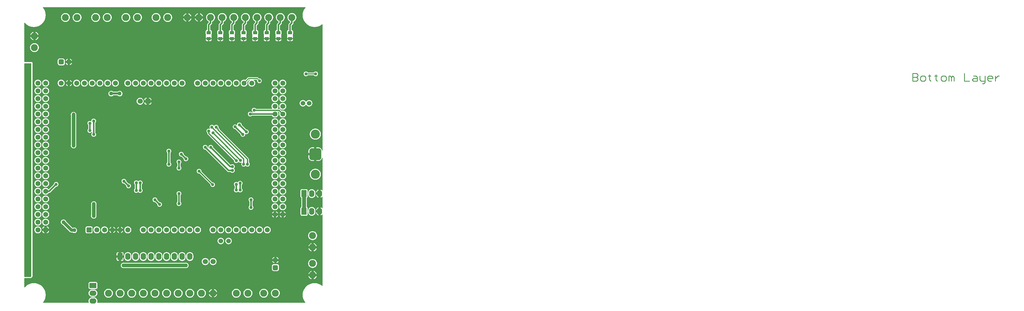
<source format=gbl>
G04 Layer_Physical_Order=2*
G04 Layer_Color=16711680*
%FSLAX25Y25*%
%MOIN*%
G70*
G01*
G75*
G04:AMPARAMS|DCode=26|XSize=53.15mil|YSize=43.31mil|CornerRadius=5.41mil|HoleSize=0mil|Usage=FLASHONLY|Rotation=180.000|XOffset=0mil|YOffset=0mil|HoleType=Round|Shape=RoundedRectangle|*
%AMROUNDEDRECTD26*
21,1,0.05315,0.03248,0,0,180.0*
21,1,0.04232,0.04331,0,0,180.0*
1,1,0.01083,-0.02116,0.01624*
1,1,0.01083,0.02116,0.01624*
1,1,0.01083,0.02116,-0.01624*
1,1,0.01083,-0.02116,-0.01624*
%
%ADD26ROUNDEDRECTD26*%
%ADD28C,0.05000*%
%ADD30C,0.01000*%
%ADD31C,0.01500*%
%ADD32C,0.01200*%
%ADD33C,0.02500*%
%ADD34C,0.02000*%
%ADD36C,0.04000*%
%ADD38C,0.04500*%
%ADD42C,0.06693*%
G04:AMPARAMS|DCode=43|XSize=66.93mil|YSize=66.93mil|CornerRadius=8.37mil|HoleSize=0mil|Usage=FLASHONLY|Rotation=180.000|XOffset=0mil|YOffset=0mil|HoleType=Round|Shape=RoundedRectangle|*
%AMROUNDEDRECTD43*
21,1,0.06693,0.05020,0,0,180.0*
21,1,0.05020,0.06693,0,0,180.0*
1,1,0.01673,-0.02510,0.02510*
1,1,0.01673,0.02510,0.02510*
1,1,0.01673,0.02510,-0.02510*
1,1,0.01673,-0.02510,-0.02510*
%
%ADD43ROUNDEDRECTD43*%
%ADD44C,0.06500*%
G04:AMPARAMS|DCode=45|XSize=65mil|YSize=65mil|CornerRadius=16.25mil|HoleSize=0mil|Usage=FLASHONLY|Rotation=90.000|XOffset=0mil|YOffset=0mil|HoleType=Round|Shape=RoundedRectangle|*
%AMROUNDEDRECTD45*
21,1,0.06500,0.03250,0,0,90.0*
21,1,0.03250,0.06500,0,0,90.0*
1,1,0.03250,0.01625,0.01625*
1,1,0.03250,0.01625,-0.01625*
1,1,0.03250,-0.01625,-0.01625*
1,1,0.03250,-0.01625,0.01625*
%
%ADD45ROUNDEDRECTD45*%
%ADD48C,0.06000*%
%ADD51C,0.11811*%
G04:AMPARAMS|DCode=52|XSize=155.9mil|YSize=155.9mil|CornerRadius=38.98mil|HoleSize=0mil|Usage=FLASHONLY|Rotation=270.000|XOffset=0mil|YOffset=0mil|HoleType=Round|Shape=RoundedRectangle|*
%AMROUNDEDRECTD52*
21,1,0.15590,0.07795,0,0,270.0*
21,1,0.07795,0.15590,0,0,270.0*
1,1,0.07795,-0.03898,-0.03898*
1,1,0.07795,-0.03898,0.03898*
1,1,0.07795,0.03898,0.03898*
1,1,0.07795,0.03898,-0.03898*
%
%ADD52ROUNDEDRECTD52*%
G04:AMPARAMS|DCode=53|XSize=65mil|YSize=65mil|CornerRadius=8.13mil|HoleSize=0mil|Usage=FLASHONLY|Rotation=0.000|XOffset=0mil|YOffset=0mil|HoleType=Round|Shape=RoundedRectangle|*
%AMROUNDEDRECTD53*
21,1,0.06500,0.04875,0,0,0.0*
21,1,0.04875,0.06500,0,0,0.0*
1,1,0.01625,0.02438,-0.02438*
1,1,0.01625,-0.02438,-0.02438*
1,1,0.01625,-0.02438,0.02438*
1,1,0.01625,0.02438,0.02438*
%
%ADD53ROUNDEDRECTD53*%
%ADD54C,0.09000*%
%ADD58C,0.05000*%
%ADD59C,0.04000*%
G04:AMPARAMS|DCode=60|XSize=69mil|YSize=90mil|CornerRadius=8.63mil|HoleSize=0mil|Usage=FLASHONLY|Rotation=0.000|XOffset=0mil|YOffset=0mil|HoleType=Round|Shape=RoundedRectangle|*
%AMROUNDEDRECTD60*
21,1,0.06900,0.07275,0,0,0.0*
21,1,0.05175,0.09000,0,0,0.0*
1,1,0.01725,0.02587,-0.03637*
1,1,0.01725,-0.02587,-0.03637*
1,1,0.01725,-0.02587,0.03637*
1,1,0.01725,0.02587,0.03637*
%
%ADD60ROUNDEDRECTD60*%
%ADD61O,0.06900X0.09000*%
G04:AMPARAMS|DCode=62|XSize=66.93mil|YSize=66.93mil|CornerRadius=16.73mil|HoleSize=0mil|Usage=FLASHONLY|Rotation=0.000|XOffset=0mil|YOffset=0mil|HoleType=Round|Shape=RoundedRectangle|*
%AMROUNDEDRECTD62*
21,1,0.06693,0.03347,0,0,0.0*
21,1,0.03347,0.06693,0,0,0.0*
1,1,0.03346,0.01673,-0.01673*
1,1,0.03346,-0.01673,-0.01673*
1,1,0.03346,-0.01673,0.01673*
1,1,0.03346,0.01673,0.01673*
%
%ADD62ROUNDEDRECTD62*%
G04:AMPARAMS|DCode=63|XSize=66.93mil|YSize=66.93mil|CornerRadius=16.73mil|HoleSize=0mil|Usage=FLASHONLY|Rotation=90.000|XOffset=0mil|YOffset=0mil|HoleType=Round|Shape=RoundedRectangle|*
%AMROUNDEDRECTD63*
21,1,0.06693,0.03347,0,0,90.0*
21,1,0.03347,0.06693,0,0,90.0*
1,1,0.03346,0.01673,0.01673*
1,1,0.03346,0.01673,-0.01673*
1,1,0.03346,-0.01673,-0.01673*
1,1,0.03346,-0.01673,0.01673*
%
%ADD63ROUNDEDRECTD63*%
%ADD64O,0.09000X0.06900*%
G04:AMPARAMS|DCode=65|XSize=69mil|YSize=90mil|CornerRadius=8.63mil|HoleSize=0mil|Usage=FLASHONLY|Rotation=270.000|XOffset=0mil|YOffset=0mil|HoleType=Round|Shape=RoundedRectangle|*
%AMROUNDEDRECTD65*
21,1,0.06900,0.07275,0,0,270.0*
21,1,0.05175,0.09000,0,0,270.0*
1,1,0.01725,-0.03637,-0.02587*
1,1,0.01725,-0.03637,0.02587*
1,1,0.01725,0.03637,0.02587*
1,1,0.01725,0.03637,-0.02587*
%
%ADD65ROUNDEDRECTD65*%
G36*
X12500Y315748D02*
X12500Y40151D01*
X12500Y40151D01*
X12500Y40150D01*
X12495Y40143D01*
X12395Y39902D01*
X12394Y39894D01*
X12393Y39893D01*
X12393Y39893D01*
X11713Y39213D01*
X11713Y39213D01*
X11607Y39107D01*
X11598Y39105D01*
X11357Y39005D01*
X11349Y39000D01*
X11199D01*
X11199Y39000D01*
X3883Y39000D01*
X3529Y39354D01*
Y315394D01*
X3883Y315748D01*
X12500Y315748D01*
D02*
G37*
G36*
X366291Y387780D02*
X365577Y386944D01*
X364323Y384898D01*
X363404Y382680D01*
X362844Y380346D01*
X362655Y377953D01*
X362844Y375560D01*
X363404Y373226D01*
X364323Y371008D01*
X365577Y368961D01*
X367136Y367136D01*
X368961Y365577D01*
X371008Y364323D01*
X373226Y363404D01*
X375560Y362844D01*
X377953Y362655D01*
X380346Y362844D01*
X382680Y363404D01*
X384898Y364323D01*
X386944Y365577D01*
X387780Y366291D01*
X388234Y366082D01*
Y202714D01*
X387734Y202681D01*
X387669Y203176D01*
X387176Y204368D01*
X386391Y205391D01*
X385368Y206176D01*
X384176Y206669D01*
X382898Y206838D01*
X380500D01*
Y198000D01*
Y189163D01*
X382898D01*
X384176Y189331D01*
X385368Y189824D01*
X386391Y190609D01*
X387176Y191632D01*
X387669Y192824D01*
X387734Y193319D01*
X388234Y193286D01*
Y151271D01*
X387761Y151110D01*
X387674Y151224D01*
X386744Y151937D01*
X386000Y152245D01*
Y147000D01*
Y141755D01*
X386744Y142063D01*
X387674Y142776D01*
X387761Y142890D01*
X388234Y142729D01*
Y128271D01*
X387761Y128110D01*
X387674Y128224D01*
X386744Y128937D01*
X386000Y129245D01*
Y124000D01*
Y118755D01*
X386744Y119063D01*
X387674Y119776D01*
X387761Y119890D01*
X388234Y119729D01*
Y27619D01*
X387780Y27410D01*
X386944Y28124D01*
X384898Y29378D01*
X382680Y30297D01*
X380346Y30857D01*
X377953Y31045D01*
X375560Y30857D01*
X373226Y30297D01*
X371008Y29378D01*
X368961Y28124D01*
X367136Y26565D01*
X365577Y24740D01*
X364323Y22693D01*
X363404Y20475D01*
X362844Y18141D01*
X362655Y15748D01*
X362844Y13355D01*
X363404Y11021D01*
X364323Y8803D01*
X365577Y6756D01*
X366291Y5920D01*
X366082Y5466D01*
X97575D01*
X97241Y5966D01*
X97580Y6786D01*
X97740Y8000D01*
X97580Y9214D01*
X97112Y10345D01*
X96367Y11316D01*
X95395Y12062D01*
X94264Y12530D01*
X93050Y12690D01*
X90950D01*
X89736Y12530D01*
X88605Y12062D01*
X87634Y11316D01*
X86888Y10345D01*
X86420Y9214D01*
X86260Y8000D01*
X86420Y6786D01*
X86759Y5966D01*
X86425Y5466D01*
X27619D01*
X27410Y5920D01*
X28124Y6756D01*
X29378Y8803D01*
X30297Y11021D01*
X30857Y13355D01*
X31045Y15748D01*
X30857Y18141D01*
X30297Y20475D01*
X29378Y22693D01*
X28124Y24740D01*
X26565Y26565D01*
X24740Y28124D01*
X22693Y29378D01*
X20475Y30297D01*
X18141Y30857D01*
X15748Y31045D01*
X13355Y30857D01*
X11021Y30297D01*
X8803Y29378D01*
X6756Y28124D01*
X4931Y26565D01*
X3999Y25473D01*
X3529Y25646D01*
Y37181D01*
X3883Y37471D01*
X11199Y37471D01*
X11199Y37471D01*
X11349D01*
X11498Y37500D01*
X11649Y37500D01*
X11787Y37558D01*
X11935Y37587D01*
X11942Y37592D01*
X12183Y37692D01*
X12192Y37694D01*
X12317Y37777D01*
X12455Y37834D01*
X12562Y37941D01*
X12688Y38025D01*
X12794Y38131D01*
X12795Y38132D01*
X13475Y38812D01*
X13559Y38938D01*
X13665Y39044D01*
X13668Y39052D01*
X13674Y39058D01*
X13675Y39058D01*
X13724Y39182D01*
X13799Y39291D01*
X13799Y39291D01*
X13801Y39301D01*
X13806Y39308D01*
X13808Y39316D01*
X13808Y39317D01*
X13905Y39550D01*
X13909Y39557D01*
X13909Y39557D01*
X13911Y39562D01*
X13913Y39566D01*
X13942Y39713D01*
X14000Y39851D01*
Y39867D01*
X14006Y39882D01*
X14006Y39882D01*
X14003Y40013D01*
X14029Y40142D01*
X14029Y40146D01*
X14029Y40151D01*
X14029Y315748D01*
X13913Y316333D01*
X13581Y316829D01*
X13085Y317161D01*
X12500Y317277D01*
X3883Y317277D01*
X3529Y317568D01*
Y368055D01*
X3999Y368228D01*
X4931Y367136D01*
X6756Y365577D01*
X8803Y364323D01*
X11021Y363404D01*
X13355Y362844D01*
X15748Y362655D01*
X18141Y362844D01*
X20475Y363404D01*
X22693Y364323D01*
X24740Y365577D01*
X26565Y367136D01*
X28124Y368961D01*
X29378Y371008D01*
X30297Y373226D01*
X30857Y375560D01*
X31045Y377953D01*
X30857Y380346D01*
X30297Y382680D01*
X29378Y384898D01*
X28124Y386944D01*
X27410Y387780D01*
X27619Y388234D01*
X366082D01*
X366291Y387780D01*
D02*
G37*
%LPC*%
G36*
X330979Y118500D02*
X328500D01*
Y116021D01*
X329143Y116288D01*
X330031Y116969D01*
X330712Y117857D01*
X330979Y118500D01*
D02*
G37*
G36*
X340979D02*
X338500D01*
Y116021D01*
X339143Y116288D01*
X340031Y116969D01*
X340712Y117857D01*
X340979Y118500D01*
D02*
G37*
G36*
X325500D02*
X323021D01*
X323288Y117857D01*
X323969Y116969D01*
X324857Y116288D01*
X325500Y116021D01*
Y118500D01*
D02*
G37*
G36*
X31000Y124488D02*
X29838Y124336D01*
X28756Y123887D01*
X27826Y123174D01*
X27113Y122244D01*
X26665Y121162D01*
X26512Y120000D01*
X26665Y118838D01*
X27113Y117756D01*
X27826Y116826D01*
X28756Y116113D01*
X29838Y115665D01*
X31000Y115512D01*
X32162Y115665D01*
X33244Y116113D01*
X34174Y116826D01*
X34887Y117756D01*
X35335Y118838D01*
X35489Y120000D01*
X35335Y121162D01*
X34887Y122244D01*
X34174Y123174D01*
X33244Y123887D01*
X32162Y124336D01*
X31000Y124488D01*
D02*
G37*
G36*
X93063Y137030D02*
X92149Y136910D01*
X91298Y136557D01*
X90567Y135996D01*
X90006Y135265D01*
X89653Y134414D01*
X89533Y133500D01*
X89653Y132586D01*
X89722Y132420D01*
Y119232D01*
X89590Y118914D01*
X89470Y118000D01*
X89590Y117086D01*
X89943Y116235D01*
X90504Y115504D01*
X91235Y114943D01*
X92086Y114590D01*
X93000Y114470D01*
X93914Y114590D01*
X94765Y114943D01*
X95496Y115504D01*
X96057Y116235D01*
X96410Y117086D01*
X96530Y118000D01*
X96410Y118914D01*
X96278Y119232D01*
Y132116D01*
X96473Y132586D01*
X96593Y133500D01*
X96473Y134414D01*
X96120Y135265D01*
X95559Y135996D01*
X94828Y136557D01*
X93977Y136910D01*
X93063Y137030D01*
D02*
G37*
G36*
X21000Y124488D02*
X19838Y124336D01*
X18756Y123887D01*
X17826Y123174D01*
X17113Y122244D01*
X16665Y121162D01*
X16512Y120000D01*
X16665Y118838D01*
X17113Y117756D01*
X17826Y116826D01*
X18756Y116113D01*
X19838Y115665D01*
X21000Y115512D01*
X22162Y115665D01*
X23244Y116113D01*
X24174Y116826D01*
X24887Y117756D01*
X25335Y118838D01*
X25488Y120000D01*
X25335Y121162D01*
X24887Y122244D01*
X24174Y123174D01*
X23244Y123887D01*
X22162Y124336D01*
X21000Y124488D01*
D02*
G37*
G36*
X31000Y114488D02*
X29838Y114336D01*
X28756Y113887D01*
X27826Y113174D01*
X27113Y112244D01*
X26665Y111162D01*
X26512Y110000D01*
X26665Y108838D01*
X27113Y107756D01*
X27826Y106826D01*
X28756Y106113D01*
X29838Y105665D01*
X31000Y105512D01*
X32162Y105665D01*
X33244Y106113D01*
X34174Y106826D01*
X34887Y107756D01*
X35335Y108838D01*
X35489Y110000D01*
X35335Y111162D01*
X34887Y112244D01*
X34174Y113174D01*
X33244Y113887D01*
X32162Y114336D01*
X31000Y114488D01*
D02*
G37*
G36*
X328500Y123979D02*
Y121500D01*
X330979D01*
X330712Y122143D01*
X330031Y123031D01*
X329143Y123712D01*
X328500Y123979D01*
D02*
G37*
G36*
X335500Y123979D02*
X334857Y123712D01*
X333969Y123031D01*
X333288Y122143D01*
X333021Y121500D01*
X335500D01*
Y123979D01*
D02*
G37*
G36*
X383000Y129245D02*
X382256Y128937D01*
X381326Y128224D01*
X380613Y127294D01*
X380165Y126212D01*
X380071Y125500D01*
X383000D01*
Y129245D01*
D02*
G37*
G36*
X338500Y123979D02*
Y121500D01*
X340979D01*
X340712Y122143D01*
X340031Y123031D01*
X339143Y123712D01*
X338500Y123979D01*
D02*
G37*
G36*
X325500Y123979D02*
X324857Y123712D01*
X323969Y123031D01*
X323288Y122143D01*
X323021Y121500D01*
X325500D01*
Y123979D01*
D02*
G37*
G36*
X367088Y152740D02*
X361912D01*
X361108Y152580D01*
X360425Y152125D01*
X359970Y151442D01*
X359810Y150637D01*
Y143362D01*
X359970Y142558D01*
X360425Y141876D01*
X360970Y141512D01*
Y129488D01*
X360425Y129124D01*
X359970Y128442D01*
X359810Y127638D01*
Y120362D01*
X359970Y119558D01*
X360425Y118876D01*
X361108Y118420D01*
X361912Y118260D01*
X367088D01*
X367892Y118420D01*
X368575Y118876D01*
X369030Y119558D01*
X369190Y120362D01*
Y127638D01*
X369030Y128442D01*
X368575Y129124D01*
X368030Y129488D01*
Y141512D01*
X368575Y141876D01*
X369030Y142558D01*
X369190Y143362D01*
Y150637D01*
X369030Y151442D01*
X368575Y152125D01*
X367892Y152580D01*
X367088Y152740D01*
D02*
G37*
G36*
X335500Y118500D02*
X333021D01*
X333288Y117857D01*
X333969Y116969D01*
X334857Y116288D01*
X335500Y116021D01*
Y118500D01*
D02*
G37*
G36*
X383000Y122500D02*
X380071D01*
X380165Y121788D01*
X380613Y120706D01*
X381326Y119776D01*
X382256Y119063D01*
X383000Y118755D01*
Y122500D01*
D02*
G37*
G36*
X374500Y129740D02*
X373286Y129580D01*
X372155Y129112D01*
X371184Y128366D01*
X370438Y127395D01*
X369970Y126264D01*
X369810Y125050D01*
Y122950D01*
X369970Y121736D01*
X370438Y120605D01*
X371184Y119634D01*
X372155Y118888D01*
X373286Y118420D01*
X374500Y118260D01*
X375714Y118420D01*
X376845Y118888D01*
X377816Y119634D01*
X378562Y120605D01*
X379030Y121736D01*
X379190Y122950D01*
Y125050D01*
X379030Y126264D01*
X378562Y127395D01*
X377816Y128366D01*
X376845Y129112D01*
X375714Y129580D01*
X374500Y129740D01*
D02*
G37*
G36*
X21000Y114488D02*
X19838Y114336D01*
X18756Y113887D01*
X17826Y113174D01*
X17113Y112244D01*
X16665Y111162D01*
X16512Y110000D01*
X16665Y108838D01*
X17113Y107756D01*
X17826Y106826D01*
X18756Y106113D01*
X19838Y105665D01*
X21000Y105512D01*
X22162Y105665D01*
X23244Y106113D01*
X24174Y106826D01*
X24887Y107756D01*
X25335Y108838D01*
X25488Y110000D01*
X25335Y111162D01*
X24887Y112244D01*
X24174Y113174D01*
X23244Y113887D01*
X22162Y114336D01*
X21000Y114488D01*
D02*
G37*
G36*
X35273Y98500D02*
X32500D01*
Y95727D01*
X32625D01*
X33310Y95818D01*
X33949Y96082D01*
X34497Y96503D01*
X34918Y97051D01*
X35182Y97690D01*
X35273Y98375D01*
Y98500D01*
D02*
G37*
G36*
X29500D02*
X26727D01*
Y98375D01*
X26818Y97690D01*
X27082Y97051D01*
X27503Y96503D01*
X28051Y96082D01*
X28690Y95818D01*
X29375Y95727D01*
X29500D01*
Y98500D01*
D02*
G37*
G36*
X115500Y98500D02*
X113021D01*
X113288Y97857D01*
X113969Y96969D01*
X114857Y96288D01*
X115500Y96021D01*
Y98500D01*
D02*
G37*
G36*
X54000Y113530D02*
X53086Y113410D01*
X52235Y113057D01*
X51504Y112496D01*
X50943Y111765D01*
X50590Y110914D01*
X50470Y110000D01*
X50590Y109086D01*
X50943Y108235D01*
X51504Y107504D01*
X52235Y106943D01*
X53086Y106590D01*
X53137Y106583D01*
X62360Y97360D01*
X62987Y96880D01*
X63717Y96577D01*
X64500Y96474D01*
X66194D01*
X66235Y96443D01*
X67086Y96090D01*
X68000Y95970D01*
X68914Y96090D01*
X69765Y96443D01*
X70496Y97004D01*
X71057Y97735D01*
X71410Y98586D01*
X71530Y99500D01*
X71410Y100414D01*
X71057Y101265D01*
X70496Y101996D01*
X69765Y102557D01*
X68914Y102910D01*
X68000Y103030D01*
X67086Y102910D01*
X66235Y102557D01*
X66194Y102526D01*
X65753D01*
X57417Y110863D01*
X57410Y110914D01*
X57057Y111765D01*
X56496Y112496D01*
X55765Y113057D01*
X54914Y113410D01*
X54000Y113530D01*
D02*
G37*
G36*
X297000Y104488D02*
X295838Y104335D01*
X294756Y103887D01*
X293826Y103174D01*
X293113Y102244D01*
X292665Y101162D01*
X292512Y100000D01*
X292665Y98838D01*
X293113Y97756D01*
X293826Y96826D01*
X294756Y96113D01*
X295838Y95665D01*
X297000Y95512D01*
X298162Y95665D01*
X299244Y96113D01*
X300174Y96826D01*
X300887Y97756D01*
X301336Y98838D01*
X301488Y100000D01*
X301336Y101162D01*
X300887Y102244D01*
X300174Y103174D01*
X299244Y103887D01*
X298162Y104335D01*
X297000Y104488D01*
D02*
G37*
G36*
X287000D02*
X285838Y104335D01*
X284756Y103887D01*
X283826Y103174D01*
X283113Y102244D01*
X282665Y101162D01*
X282512Y100000D01*
X282665Y98838D01*
X283113Y97756D01*
X283826Y96826D01*
X284756Y96113D01*
X285838Y95665D01*
X287000Y95512D01*
X288162Y95665D01*
X289244Y96113D01*
X290174Y96826D01*
X290887Y97756D01*
X291336Y98838D01*
X291489Y100000D01*
X291336Y101162D01*
X290887Y102244D01*
X290174Y103174D01*
X289244Y103887D01*
X288162Y104335D01*
X287000Y104488D01*
D02*
G37*
G36*
X317000D02*
X315838Y104335D01*
X314756Y103887D01*
X313826Y103174D01*
X313113Y102244D01*
X312665Y101162D01*
X312512Y100000D01*
X312665Y98838D01*
X313113Y97756D01*
X313826Y96826D01*
X314756Y96113D01*
X315838Y95665D01*
X317000Y95512D01*
X318162Y95665D01*
X319244Y96113D01*
X320174Y96826D01*
X320887Y97756D01*
X321336Y98838D01*
X321488Y100000D01*
X321336Y101162D01*
X320887Y102244D01*
X320174Y103174D01*
X319244Y103887D01*
X318162Y104335D01*
X317000Y104488D01*
D02*
G37*
G36*
X307000D02*
X305838Y104335D01*
X304756Y103887D01*
X303826Y103174D01*
X303113Y102244D01*
X302665Y101162D01*
X302512Y100000D01*
X302665Y98838D01*
X303113Y97756D01*
X303826Y96826D01*
X304756Y96113D01*
X305838Y95665D01*
X307000Y95512D01*
X308162Y95665D01*
X309244Y96113D01*
X310174Y96826D01*
X310887Y97756D01*
X311335Y98838D01*
X311489Y100000D01*
X311335Y101162D01*
X310887Y102244D01*
X310174Y103174D01*
X309244Y103887D01*
X308162Y104335D01*
X307000Y104488D01*
D02*
G37*
G36*
X120979Y98500D02*
X118500D01*
Y96021D01*
X119143Y96288D01*
X120031Y96969D01*
X120712Y97857D01*
X120979Y98500D01*
D02*
G37*
G36*
X118500Y103979D02*
Y101500D01*
X120979D01*
X120712Y102143D01*
X120031Y103031D01*
X119143Y103712D01*
X118500Y103979D01*
D02*
G37*
G36*
X115500D02*
X114857Y103712D01*
X113969Y103031D01*
X113288Y102143D01*
X113021Y101500D01*
X115500D01*
Y103979D01*
D02*
G37*
G36*
X128500D02*
Y101500D01*
X130979D01*
X130712Y102143D01*
X130031Y103031D01*
X129143Y103712D01*
X128500Y103979D01*
D02*
G37*
G36*
X125500D02*
X124857Y103712D01*
X123969Y103031D01*
X123288Y102143D01*
X123021Y101500D01*
X125500D01*
Y103979D01*
D02*
G37*
G36*
X130979Y98500D02*
X128500D01*
Y96021D01*
X129143Y96288D01*
X130031Y96969D01*
X130712Y97857D01*
X130979Y98500D01*
D02*
G37*
G36*
X125500D02*
X123021D01*
X123288Y97857D01*
X123969Y96969D01*
X124857Y96288D01*
X125500Y96021D01*
Y98500D01*
D02*
G37*
G36*
X32625Y104273D02*
X32500D01*
Y101500D01*
X35273D01*
Y101625D01*
X35182Y102310D01*
X34918Y102949D01*
X34497Y103497D01*
X33949Y103918D01*
X33310Y104183D01*
X32625Y104273D01*
D02*
G37*
G36*
X29500D02*
X29375D01*
X28690Y104183D01*
X28051Y103918D01*
X27503Y103497D01*
X27082Y102949D01*
X26818Y102310D01*
X26727Y101625D01*
Y101500D01*
X29500D01*
Y104273D01*
D02*
G37*
G36*
X337000Y164488D02*
X335838Y164336D01*
X334756Y163887D01*
X333826Y163174D01*
X333113Y162244D01*
X332665Y161162D01*
X332512Y160000D01*
X332665Y158838D01*
X333113Y157756D01*
X333826Y156826D01*
X334756Y156113D01*
X335838Y155665D01*
X337000Y155512D01*
X338162Y155665D01*
X339244Y156113D01*
X340174Y156826D01*
X340887Y157756D01*
X341336Y158838D01*
X341489Y160000D01*
X341336Y161162D01*
X340887Y162244D01*
X340174Y163174D01*
X339244Y163887D01*
X338162Y164336D01*
X337000Y164488D01*
D02*
G37*
G36*
X327000D02*
X325838Y164336D01*
X324756Y163887D01*
X323826Y163174D01*
X323113Y162244D01*
X322665Y161162D01*
X322512Y160000D01*
X322665Y158838D01*
X323113Y157756D01*
X323826Y156826D01*
X324756Y156113D01*
X325838Y155665D01*
X327000Y155512D01*
X328162Y155665D01*
X329244Y156113D01*
X330174Y156826D01*
X330887Y157756D01*
X331335Y158838D01*
X331488Y160000D01*
X331335Y161162D01*
X330887Y162244D01*
X330174Y163174D01*
X329244Y163887D01*
X328162Y164336D01*
X327000Y164488D01*
D02*
G37*
G36*
X282000Y163526D02*
X281217Y163423D01*
X280487Y163121D01*
X279860Y162640D01*
X279380Y162013D01*
X279245Y161689D01*
X278637Y161526D01*
X278513Y161621D01*
X277783Y161923D01*
X277000Y162026D01*
X276217Y161923D01*
X275487Y161621D01*
X274860Y161140D01*
X274380Y160513D01*
X274077Y159783D01*
X273974Y159000D01*
X274077Y158217D01*
X274380Y157487D01*
X274860Y156860D01*
X274961Y156783D01*
Y153717D01*
X274860Y153640D01*
X274380Y153013D01*
X274077Y152283D01*
X273974Y151500D01*
X274077Y150717D01*
X274380Y149987D01*
X274860Y149360D01*
X275487Y148880D01*
X276217Y148577D01*
X277000Y148474D01*
X277783Y148577D01*
X278513Y148880D01*
X279140Y149360D01*
X279250Y149504D01*
X279750D01*
X279860Y149360D01*
X280487Y148880D01*
X281217Y148577D01*
X282000Y148474D01*
X282783Y148577D01*
X283513Y148880D01*
X284140Y149360D01*
X284621Y149987D01*
X284923Y150717D01*
X285026Y151500D01*
X284923Y152283D01*
X284621Y153013D01*
X284140Y153640D01*
X284039Y153717D01*
Y158283D01*
X284140Y158360D01*
X284621Y158987D01*
X284923Y159717D01*
X285026Y160500D01*
X284923Y161283D01*
X284621Y162013D01*
X284140Y162640D01*
X283513Y163121D01*
X282783Y163423D01*
X282000Y163526D01*
D02*
G37*
G36*
X44500Y162026D02*
X43717Y161923D01*
X42987Y161621D01*
X42360Y161140D01*
X41880Y160513D01*
X41577Y159783D01*
X41474Y159000D01*
X41491Y158874D01*
X35144Y152527D01*
X34645Y152560D01*
X34174Y153174D01*
X33244Y153887D01*
X32162Y154335D01*
X31000Y154488D01*
X29838Y154335D01*
X28756Y153887D01*
X27826Y153174D01*
X27113Y152244D01*
X26665Y151162D01*
X26512Y150000D01*
X26665Y148838D01*
X27113Y147756D01*
X27826Y146826D01*
X28756Y146113D01*
X29838Y145665D01*
X31000Y145512D01*
X32162Y145665D01*
X33244Y146113D01*
X34174Y146826D01*
X34887Y147756D01*
X34972Y147961D01*
X35500D01*
X36280Y148116D01*
X36942Y148558D01*
X44374Y155991D01*
X44500Y155974D01*
X45283Y156077D01*
X46013Y156379D01*
X46640Y156860D01*
X47120Y157487D01*
X47423Y158217D01*
X47526Y159000D01*
X47423Y159783D01*
X47120Y160513D01*
X46640Y161140D01*
X46013Y161621D01*
X45283Y161923D01*
X44500Y162026D01*
D02*
G37*
G36*
X229000Y179026D02*
X228217Y178923D01*
X227487Y178621D01*
X226860Y178140D01*
X226380Y177513D01*
X226077Y176783D01*
X225974Y176000D01*
X226077Y175217D01*
X226380Y174487D01*
X226860Y173860D01*
X227487Y173380D01*
X228217Y173077D01*
X229000Y172974D01*
X229444Y173033D01*
X243533Y158944D01*
X243474Y158500D01*
X243577Y157717D01*
X243880Y156987D01*
X244360Y156360D01*
X244987Y155879D01*
X245717Y155577D01*
X246500Y155474D01*
X247283Y155577D01*
X248013Y155879D01*
X248640Y156360D01*
X249121Y156987D01*
X249423Y157717D01*
X249526Y158500D01*
X249423Y159283D01*
X249121Y160013D01*
X248640Y160640D01*
X248013Y161121D01*
X247283Y161423D01*
X246500Y161526D01*
X246056Y161468D01*
X231967Y175556D01*
X232026Y176000D01*
X231923Y176783D01*
X231621Y177513D01*
X231140Y178140D01*
X230513Y178621D01*
X229783Y178923D01*
X229000Y179026D01*
D02*
G37*
G36*
X132000Y166026D02*
X131217Y165923D01*
X130487Y165621D01*
X129860Y165140D01*
X129379Y164513D01*
X129077Y163783D01*
X128974Y163000D01*
X129077Y162217D01*
X129379Y161487D01*
X129860Y160860D01*
X130487Y160380D01*
X131217Y160077D01*
X132000Y159974D01*
X132126Y159991D01*
X134991Y157126D01*
X134974Y157000D01*
X135077Y156217D01*
X135380Y155487D01*
X135860Y154860D01*
X136487Y154379D01*
X137217Y154077D01*
X138000Y153974D01*
X138783Y154077D01*
X139513Y154379D01*
X140140Y154860D01*
X140621Y155487D01*
X140923Y156217D01*
X141026Y157000D01*
X140923Y157783D01*
X140621Y158513D01*
X140140Y159140D01*
X139513Y159621D01*
X138783Y159923D01*
X138000Y160026D01*
X137874Y160009D01*
X135009Y162874D01*
X135026Y163000D01*
X134923Y163783D01*
X134621Y164513D01*
X134140Y165140D01*
X133513Y165621D01*
X132783Y165923D01*
X132000Y166026D01*
D02*
G37*
G36*
X31000Y164488D02*
X29838Y164336D01*
X28756Y163887D01*
X27826Y163174D01*
X27113Y162244D01*
X26665Y161162D01*
X26512Y160000D01*
X26665Y158838D01*
X27113Y157756D01*
X27826Y156826D01*
X28756Y156113D01*
X29838Y155665D01*
X31000Y155512D01*
X32162Y155665D01*
X33244Y156113D01*
X34174Y156826D01*
X34887Y157756D01*
X35335Y158838D01*
X35489Y160000D01*
X35335Y161162D01*
X34887Y162244D01*
X34174Y163174D01*
X33244Y163887D01*
X32162Y164336D01*
X31000Y164488D01*
D02*
G37*
G36*
X21000D02*
X19838Y164336D01*
X18756Y163887D01*
X17826Y163174D01*
X17113Y162244D01*
X16665Y161162D01*
X16512Y160000D01*
X16665Y158838D01*
X17113Y157756D01*
X17826Y156826D01*
X18756Y156113D01*
X19838Y155665D01*
X21000Y155512D01*
X22162Y155665D01*
X23244Y156113D01*
X24174Y156826D01*
X24887Y157756D01*
X25335Y158838D01*
X25488Y160000D01*
X25335Y161162D01*
X24887Y162244D01*
X24174Y163174D01*
X23244Y163887D01*
X22162Y164336D01*
X21000Y164488D01*
D02*
G37*
G36*
X153000Y164026D02*
X152217Y163923D01*
X151487Y163621D01*
X150860Y163140D01*
X150750Y162996D01*
X150250D01*
X150140Y163140D01*
X149513Y163621D01*
X148783Y163923D01*
X148000Y164026D01*
X147217Y163923D01*
X146487Y163621D01*
X145860Y163140D01*
X145379Y162513D01*
X145077Y161783D01*
X144974Y161000D01*
X145077Y160217D01*
X145379Y159487D01*
X145860Y158860D01*
X145961Y158783D01*
Y153217D01*
X145860Y153140D01*
X145379Y152513D01*
X145077Y151783D01*
X144974Y151000D01*
X145077Y150217D01*
X145379Y149487D01*
X145860Y148860D01*
X146487Y148380D01*
X147217Y148077D01*
X148000Y147974D01*
X148783Y148077D01*
X149513Y148380D01*
X150140Y148860D01*
X150250Y149004D01*
X150750D01*
X150860Y148860D01*
X151487Y148380D01*
X152217Y148077D01*
X153000Y147974D01*
X153783Y148077D01*
X154513Y148380D01*
X155140Y148860D01*
X155621Y149487D01*
X155923Y150217D01*
X156026Y151000D01*
X155923Y151783D01*
X155621Y152513D01*
X155140Y153140D01*
X155039Y153217D01*
Y158783D01*
X155140Y158860D01*
X155621Y159487D01*
X155923Y160217D01*
X156026Y161000D01*
X155923Y161783D01*
X155621Y162513D01*
X155140Y163140D01*
X154513Y163621D01*
X153783Y163923D01*
X153000Y164026D01*
D02*
G37*
G36*
X21000Y184488D02*
X19838Y184335D01*
X18756Y183887D01*
X17826Y183174D01*
X17113Y182244D01*
X16665Y181162D01*
X16512Y180000D01*
X16665Y178838D01*
X17113Y177756D01*
X17826Y176826D01*
X18756Y176113D01*
X19838Y175665D01*
X21000Y175512D01*
X22162Y175665D01*
X23244Y176113D01*
X24174Y176826D01*
X24887Y177756D01*
X25335Y178838D01*
X25488Y180000D01*
X25335Y181162D01*
X24887Y182244D01*
X24174Y183174D01*
X23244Y183887D01*
X22162Y184335D01*
X21000Y184488D01*
D02*
G37*
G36*
X337000Y174488D02*
X335838Y174336D01*
X334756Y173887D01*
X333826Y173174D01*
X333113Y172244D01*
X332665Y171162D01*
X332512Y170000D01*
X332665Y168838D01*
X333113Y167756D01*
X333826Y166826D01*
X334756Y166113D01*
X335838Y165665D01*
X337000Y165512D01*
X338162Y165665D01*
X339244Y166113D01*
X340174Y166826D01*
X340887Y167756D01*
X341336Y168838D01*
X341489Y170000D01*
X341336Y171162D01*
X340887Y172244D01*
X340174Y173174D01*
X339244Y173887D01*
X338162Y174336D01*
X337000Y174488D01*
D02*
G37*
G36*
X327000Y184488D02*
X325838Y184335D01*
X324756Y183887D01*
X323826Y183174D01*
X323113Y182244D01*
X322665Y181162D01*
X322512Y180000D01*
X322665Y178838D01*
X323113Y177756D01*
X323826Y176826D01*
X324756Y176113D01*
X325838Y175665D01*
X327000Y175512D01*
X328162Y175665D01*
X329244Y176113D01*
X330174Y176826D01*
X330887Y177756D01*
X331335Y178838D01*
X331488Y180000D01*
X331335Y181162D01*
X330887Y182244D01*
X330174Y183174D01*
X329244Y183887D01*
X328162Y184335D01*
X327000Y184488D01*
D02*
G37*
G36*
X31000D02*
X29838Y184335D01*
X28756Y183887D01*
X27826Y183174D01*
X27113Y182244D01*
X26665Y181162D01*
X26512Y180000D01*
X26665Y178838D01*
X27113Y177756D01*
X27826Y176826D01*
X28756Y176113D01*
X29838Y175665D01*
X31000Y175512D01*
X32162Y175665D01*
X33244Y176113D01*
X34174Y176826D01*
X34887Y177756D01*
X35335Y178838D01*
X35489Y180000D01*
X35335Y181162D01*
X34887Y182244D01*
X34174Y183174D01*
X33244Y183887D01*
X32162Y184335D01*
X31000Y184488D01*
D02*
G37*
G36*
X21000Y174488D02*
X19838Y174336D01*
X18756Y173887D01*
X17826Y173174D01*
X17113Y172244D01*
X16665Y171162D01*
X16512Y170000D01*
X16665Y168838D01*
X17113Y167756D01*
X17826Y166826D01*
X18756Y166113D01*
X19838Y165665D01*
X21000Y165512D01*
X22162Y165665D01*
X23244Y166113D01*
X24174Y166826D01*
X24887Y167756D01*
X25335Y168838D01*
X25488Y170000D01*
X25335Y171162D01*
X24887Y172244D01*
X24174Y173174D01*
X23244Y173887D01*
X22162Y174336D01*
X21000Y174488D01*
D02*
G37*
G36*
X379000Y179156D02*
X377607Y179018D01*
X376268Y178612D01*
X375033Y177952D01*
X373951Y177064D01*
X373063Y175982D01*
X372404Y174748D01*
X371997Y173409D01*
X371860Y172016D01*
X371997Y170623D01*
X372404Y169283D01*
X373063Y168049D01*
X373951Y166967D01*
X375033Y166079D01*
X376268Y165419D01*
X377607Y165013D01*
X379000Y164876D01*
X380393Y165013D01*
X381732Y165419D01*
X382967Y166079D01*
X384049Y166967D01*
X384937Y168049D01*
X385596Y169283D01*
X386003Y170623D01*
X386140Y172016D01*
X386003Y173409D01*
X385596Y174748D01*
X384937Y175982D01*
X384049Y177064D01*
X382967Y177952D01*
X381732Y178612D01*
X380393Y179018D01*
X379000Y179156D01*
D02*
G37*
G36*
X327000Y174488D02*
X325838Y174336D01*
X324756Y173887D01*
X323826Y173174D01*
X323113Y172244D01*
X322665Y171162D01*
X322512Y170000D01*
X322665Y168838D01*
X323113Y167756D01*
X323826Y166826D01*
X324756Y166113D01*
X325838Y165665D01*
X327000Y165512D01*
X328162Y165665D01*
X329244Y166113D01*
X330174Y166826D01*
X330887Y167756D01*
X331335Y168838D01*
X331488Y170000D01*
X331335Y171162D01*
X330887Y172244D01*
X330174Y173174D01*
X329244Y173887D01*
X328162Y174336D01*
X327000Y174488D01*
D02*
G37*
G36*
X31000D02*
X29838Y174336D01*
X28756Y173887D01*
X27826Y173174D01*
X27113Y172244D01*
X26665Y171162D01*
X26512Y170000D01*
X26665Y168838D01*
X27113Y167756D01*
X27826Y166826D01*
X28756Y166113D01*
X29838Y165665D01*
X31000Y165512D01*
X32162Y165665D01*
X33244Y166113D01*
X34174Y166826D01*
X34887Y167756D01*
X35335Y168838D01*
X35489Y170000D01*
X35335Y171162D01*
X34887Y172244D01*
X34174Y173174D01*
X33244Y173887D01*
X32162Y174336D01*
X31000Y174488D01*
D02*
G37*
G36*
X172000Y142026D02*
X171217Y141923D01*
X170487Y141621D01*
X169860Y141140D01*
X169379Y140513D01*
X169077Y139783D01*
X168974Y139000D01*
X169077Y138217D01*
X169379Y137487D01*
X169860Y136860D01*
X170487Y136380D01*
X171217Y136077D01*
X172000Y135974D01*
X172125Y135991D01*
X174991Y133125D01*
X174974Y133000D01*
X175077Y132217D01*
X175380Y131487D01*
X175860Y130860D01*
X176487Y130379D01*
X177217Y130077D01*
X178000Y129974D01*
X178783Y130077D01*
X179513Y130379D01*
X180140Y130860D01*
X180621Y131487D01*
X180923Y132217D01*
X181026Y133000D01*
X180923Y133783D01*
X180621Y134513D01*
X180140Y135140D01*
X179513Y135620D01*
X178783Y135923D01*
X178000Y136026D01*
X177875Y136009D01*
X175009Y138874D01*
X175026Y139000D01*
X174923Y139783D01*
X174620Y140513D01*
X174140Y141140D01*
X173513Y141621D01*
X172783Y141923D01*
X172000Y142026D01*
D02*
G37*
G36*
X296000Y142026D02*
X295217Y141923D01*
X294487Y141621D01*
X293860Y141140D01*
X293380Y140513D01*
X293077Y139783D01*
X292974Y139000D01*
X293077Y138217D01*
X293380Y137487D01*
X293860Y136860D01*
X293961Y136783D01*
Y131217D01*
X293860Y131140D01*
X293380Y130513D01*
X293077Y129783D01*
X292974Y129000D01*
X293077Y128217D01*
X293380Y127487D01*
X293860Y126860D01*
X294487Y126380D01*
X295217Y126077D01*
X296000Y125974D01*
X296783Y126077D01*
X297513Y126380D01*
X298140Y126860D01*
X298621Y127487D01*
X298923Y128217D01*
X299026Y129000D01*
X298923Y129783D01*
X298621Y130513D01*
X298140Y131140D01*
X298039Y131217D01*
Y136783D01*
X298140Y136860D01*
X298621Y137487D01*
X298923Y138217D01*
X299026Y139000D01*
X298923Y139783D01*
X298621Y140513D01*
X298140Y141140D01*
X297513Y141621D01*
X296783Y141923D01*
X296000Y142026D01*
D02*
G37*
G36*
X21000Y144488D02*
X19838Y144335D01*
X18756Y143887D01*
X17826Y143174D01*
X17113Y142244D01*
X16665Y141162D01*
X16512Y140000D01*
X16665Y138838D01*
X17113Y137756D01*
X17826Y136826D01*
X18756Y136113D01*
X19838Y135665D01*
X21000Y135512D01*
X22162Y135665D01*
X23244Y136113D01*
X24174Y136826D01*
X24887Y137756D01*
X25335Y138838D01*
X25488Y140000D01*
X25335Y141162D01*
X24887Y142244D01*
X24174Y143174D01*
X23244Y143887D01*
X22162Y144335D01*
X21000Y144488D01*
D02*
G37*
G36*
X203000Y150026D02*
X202217Y149923D01*
X201487Y149621D01*
X200860Y149140D01*
X200379Y148513D01*
X200077Y147783D01*
X199974Y147000D01*
X200077Y146217D01*
X200379Y145487D01*
X200860Y144860D01*
X200961Y144783D01*
Y136217D01*
X200860Y136140D01*
X200379Y135513D01*
X200077Y134783D01*
X199974Y134000D01*
X200077Y133217D01*
X200379Y132487D01*
X200860Y131860D01*
X201487Y131379D01*
X202217Y131077D01*
X203000Y130974D01*
X203783Y131077D01*
X204513Y131379D01*
X205140Y131860D01*
X205621Y132487D01*
X205923Y133217D01*
X206026Y134000D01*
X205923Y134783D01*
X205621Y135513D01*
X205140Y136140D01*
X205039Y136217D01*
Y144783D01*
X205140Y144860D01*
X205621Y145487D01*
X205923Y146217D01*
X206026Y147000D01*
X205923Y147783D01*
X205621Y148513D01*
X205140Y149140D01*
X204513Y149621D01*
X203783Y149923D01*
X203000Y150026D01*
D02*
G37*
G36*
X31000Y134488D02*
X29838Y134335D01*
X28756Y133887D01*
X27826Y133174D01*
X27113Y132244D01*
X26665Y131162D01*
X26512Y130000D01*
X26665Y128838D01*
X27113Y127756D01*
X27826Y126826D01*
X28756Y126113D01*
X29838Y125665D01*
X31000Y125512D01*
X32162Y125665D01*
X33244Y126113D01*
X34174Y126826D01*
X34887Y127756D01*
X35335Y128838D01*
X35489Y130000D01*
X35335Y131162D01*
X34887Y132244D01*
X34174Y133174D01*
X33244Y133887D01*
X32162Y134335D01*
X31000Y134488D01*
D02*
G37*
G36*
X21000D02*
X19838Y134335D01*
X18756Y133887D01*
X17826Y133174D01*
X17113Y132244D01*
X16665Y131162D01*
X16512Y130000D01*
X16665Y128838D01*
X17113Y127756D01*
X17826Y126826D01*
X18756Y126113D01*
X19838Y125665D01*
X21000Y125512D01*
X22162Y125665D01*
X23244Y126113D01*
X24174Y126826D01*
X24887Y127756D01*
X25335Y128838D01*
X25488Y130000D01*
X25335Y131162D01*
X24887Y132244D01*
X24174Y133174D01*
X23244Y133887D01*
X22162Y134335D01*
X21000Y134488D01*
D02*
G37*
G36*
X337000D02*
X335838Y134335D01*
X334756Y133887D01*
X333826Y133174D01*
X333113Y132244D01*
X332665Y131162D01*
X332512Y130000D01*
X332665Y128838D01*
X333113Y127756D01*
X333826Y126826D01*
X334756Y126113D01*
X335838Y125665D01*
X337000Y125512D01*
X338162Y125665D01*
X339244Y126113D01*
X340174Y126826D01*
X340887Y127756D01*
X341336Y128838D01*
X341489Y130000D01*
X341336Y131162D01*
X340887Y132244D01*
X340174Y133174D01*
X339244Y133887D01*
X338162Y134335D01*
X337000Y134488D01*
D02*
G37*
G36*
X327000D02*
X325838Y134335D01*
X324756Y133887D01*
X323826Y133174D01*
X323113Y132244D01*
X322665Y131162D01*
X322512Y130000D01*
X322665Y128838D01*
X323113Y127756D01*
X323826Y126826D01*
X324756Y126113D01*
X325838Y125665D01*
X327000Y125512D01*
X328162Y125665D01*
X329244Y126113D01*
X330174Y126826D01*
X330887Y127756D01*
X331335Y128838D01*
X331488Y130000D01*
X331335Y131162D01*
X330887Y132244D01*
X330174Y133174D01*
X329244Y133887D01*
X328162Y134335D01*
X327000Y134488D01*
D02*
G37*
G36*
X31000Y144488D02*
X29838Y144335D01*
X28756Y143887D01*
X27826Y143174D01*
X27113Y142244D01*
X26665Y141162D01*
X26512Y140000D01*
X26665Y138838D01*
X27113Y137756D01*
X27826Y136826D01*
X28756Y136113D01*
X29838Y135665D01*
X31000Y135512D01*
X32162Y135665D01*
X33244Y136113D01*
X34174Y136826D01*
X34887Y137756D01*
X35335Y138838D01*
X35489Y140000D01*
X35335Y141162D01*
X34887Y142244D01*
X34174Y143174D01*
X33244Y143887D01*
X32162Y144335D01*
X31000Y144488D01*
D02*
G37*
G36*
X327000Y154488D02*
X325838Y154335D01*
X324756Y153887D01*
X323826Y153174D01*
X323113Y152244D01*
X322665Y151162D01*
X322512Y150000D01*
X322665Y148838D01*
X323113Y147756D01*
X323826Y146826D01*
X324756Y146113D01*
X325838Y145665D01*
X327000Y145512D01*
X328162Y145665D01*
X329244Y146113D01*
X330174Y146826D01*
X330887Y147756D01*
X331335Y148838D01*
X331488Y150000D01*
X331335Y151162D01*
X330887Y152244D01*
X330174Y153174D01*
X329244Y153887D01*
X328162Y154335D01*
X327000Y154488D01*
D02*
G37*
G36*
X21000D02*
X19838Y154335D01*
X18756Y153887D01*
X17826Y153174D01*
X17113Y152244D01*
X16665Y151162D01*
X16512Y150000D01*
X16665Y148838D01*
X17113Y147756D01*
X17826Y146826D01*
X18756Y146113D01*
X19838Y145665D01*
X21000Y145512D01*
X22162Y145665D01*
X23244Y146113D01*
X24174Y146826D01*
X24887Y147756D01*
X25335Y148838D01*
X25488Y150000D01*
X25335Y151162D01*
X24887Y152244D01*
X24174Y153174D01*
X23244Y153887D01*
X22162Y154335D01*
X21000Y154488D01*
D02*
G37*
G36*
X383000Y152245D02*
X382256Y151937D01*
X381326Y151224D01*
X380613Y150294D01*
X380165Y149212D01*
X380071Y148500D01*
X383000D01*
Y152245D01*
D02*
G37*
G36*
X337000Y154488D02*
X335838Y154335D01*
X334756Y153887D01*
X333826Y153174D01*
X333113Y152244D01*
X332665Y151162D01*
X332512Y150000D01*
X332665Y148838D01*
X333113Y147756D01*
X333826Y146826D01*
X334756Y146113D01*
X335838Y145665D01*
X337000Y145512D01*
X338162Y145665D01*
X339244Y146113D01*
X340174Y146826D01*
X340887Y147756D01*
X341336Y148838D01*
X341489Y150000D01*
X341336Y151162D01*
X340887Y152244D01*
X340174Y153174D01*
X339244Y153887D01*
X338162Y154335D01*
X337000Y154488D01*
D02*
G37*
G36*
Y144488D02*
X335838Y144335D01*
X334756Y143887D01*
X333826Y143174D01*
X333113Y142244D01*
X332665Y141162D01*
X332512Y140000D01*
X332665Y138838D01*
X333113Y137756D01*
X333826Y136826D01*
X334756Y136113D01*
X335838Y135665D01*
X337000Y135512D01*
X338162Y135665D01*
X339244Y136113D01*
X340174Y136826D01*
X340887Y137756D01*
X341336Y138838D01*
X341489Y140000D01*
X341336Y141162D01*
X340887Y142244D01*
X340174Y143174D01*
X339244Y143887D01*
X338162Y144335D01*
X337000Y144488D01*
D02*
G37*
G36*
X327000D02*
X325838Y144335D01*
X324756Y143887D01*
X323826Y143174D01*
X323113Y142244D01*
X322665Y141162D01*
X322512Y140000D01*
X322665Y138838D01*
X323113Y137756D01*
X323826Y136826D01*
X324756Y136113D01*
X325838Y135665D01*
X327000Y135512D01*
X328162Y135665D01*
X329244Y136113D01*
X330174Y136826D01*
X330887Y137756D01*
X331335Y138838D01*
X331488Y140000D01*
X331335Y141162D01*
X330887Y142244D01*
X330174Y143174D01*
X329244Y143887D01*
X328162Y144335D01*
X327000Y144488D01*
D02*
G37*
G36*
X383000Y145500D02*
X380071D01*
X380165Y144788D01*
X380613Y143706D01*
X381326Y142776D01*
X382256Y142063D01*
X383000Y141755D01*
Y145500D01*
D02*
G37*
G36*
X374500Y152740D02*
X373286Y152580D01*
X372155Y152112D01*
X371184Y151366D01*
X370438Y150395D01*
X369970Y149264D01*
X369810Y148050D01*
Y145950D01*
X369970Y144736D01*
X370438Y143605D01*
X371184Y142634D01*
X372155Y141888D01*
X373286Y141420D01*
X374500Y141260D01*
X375714Y141420D01*
X376845Y141888D01*
X377816Y142634D01*
X378562Y143605D01*
X379030Y144736D01*
X379190Y145950D01*
Y148050D01*
X379030Y149264D01*
X378562Y150395D01*
X377816Y151366D01*
X376845Y152112D01*
X375714Y152580D01*
X374500Y152740D01*
D02*
G37*
G36*
X277000Y104488D02*
X275838Y104335D01*
X274756Y103887D01*
X273826Y103174D01*
X273113Y102244D01*
X272665Y101162D01*
X272512Y100000D01*
X272665Y98838D01*
X273113Y97756D01*
X273826Y96826D01*
X274756Y96113D01*
X275838Y95665D01*
X277000Y95512D01*
X278162Y95665D01*
X279244Y96113D01*
X280174Y96826D01*
X280887Y97756D01*
X281335Y98838D01*
X281488Y100000D01*
X281335Y101162D01*
X280887Y102244D01*
X280174Y103174D01*
X279244Y103887D01*
X278162Y104335D01*
X277000Y104488D01*
D02*
G37*
G36*
X377000Y46832D02*
Y43000D01*
X380832D01*
X380304Y44274D01*
X379423Y45423D01*
X378274Y46304D01*
X377000Y46832D01*
D02*
G37*
G36*
X374000Y46832D02*
X372726Y46304D01*
X371577Y45423D01*
X370696Y44274D01*
X370168Y43000D01*
X374000D01*
Y46832D01*
D02*
G37*
G36*
X375500Y62249D02*
X374012Y62053D01*
X372625Y61479D01*
X371435Y60565D01*
X370521Y59375D01*
X369947Y57988D01*
X369751Y56500D01*
X369947Y55012D01*
X370521Y53626D01*
X371435Y52435D01*
X372625Y51521D01*
X374012Y50947D01*
X375500Y50751D01*
X376988Y50947D01*
X378375Y51521D01*
X379565Y52435D01*
X380479Y53626D01*
X381053Y55012D01*
X381249Y56500D01*
X381053Y57988D01*
X380479Y59375D01*
X379565Y60565D01*
X378375Y61479D01*
X376988Y62053D01*
X375500Y62249D01*
D02*
G37*
G36*
X329173Y55650D02*
X325827D01*
X325077Y55551D01*
X324378Y55262D01*
X323778Y54801D01*
X323317Y54201D01*
X323027Y53502D01*
X322929Y52752D01*
Y49406D01*
X323027Y48656D01*
X323317Y47956D01*
X323778Y47356D01*
X324378Y46896D01*
X325077Y46606D01*
X325827Y46507D01*
X329173D01*
X329923Y46606D01*
X330622Y46896D01*
X331222Y47356D01*
X331683Y47956D01*
X331973Y48656D01*
X332071Y49406D01*
Y52752D01*
X331973Y53502D01*
X331683Y54201D01*
X331222Y54801D01*
X330622Y55262D01*
X329923Y55551D01*
X329173Y55650D01*
D02*
G37*
G36*
X95638Y32691D02*
X88362D01*
X87558Y32530D01*
X86876Y32074D01*
X86420Y31392D01*
X86260Y30588D01*
Y25412D01*
X86420Y24608D01*
X86876Y23926D01*
X87558Y23470D01*
X88362Y23310D01*
X95638D01*
X96442Y23470D01*
X97124Y23926D01*
X97580Y24608D01*
X97741Y25412D01*
Y30588D01*
X97580Y31392D01*
X97124Y32074D01*
X96442Y32530D01*
X95638Y32691D01*
D02*
G37*
G36*
X248500Y23332D02*
Y19500D01*
X252332D01*
X251804Y20774D01*
X250923Y21923D01*
X249774Y22804D01*
X248500Y23332D01*
D02*
G37*
G36*
X380832Y40000D02*
X377000D01*
Y36168D01*
X378274Y36696D01*
X379423Y37577D01*
X380304Y38726D01*
X380832Y40000D01*
D02*
G37*
G36*
X374000D02*
X370168D01*
X370696Y38726D01*
X371577Y37577D01*
X372726Y36696D01*
X374000Y36168D01*
Y40000D01*
D02*
G37*
G36*
X237000Y63586D02*
X235813Y63429D01*
X234707Y62971D01*
X233757Y62243D01*
X233029Y61293D01*
X232571Y60187D01*
X232414Y59000D01*
X232571Y57813D01*
X233029Y56707D01*
X233757Y55757D01*
X234707Y55029D01*
X235813Y54571D01*
X237000Y54414D01*
X238187Y54571D01*
X239293Y55029D01*
X240243Y55757D01*
X240971Y56707D01*
X241429Y57813D01*
X241586Y59000D01*
X241429Y60187D01*
X240971Y61293D01*
X240243Y62243D01*
X239293Y62971D01*
X238187Y63429D01*
X237000Y63586D01*
D02*
G37*
G36*
X147000Y71240D02*
X145786Y71080D01*
X144655Y70612D01*
X143684Y69867D01*
X142938Y68895D01*
X142470Y67764D01*
X142310Y66550D01*
Y64450D01*
X142470Y63236D01*
X142938Y62105D01*
X143684Y61134D01*
X144655Y60388D01*
X145786Y59920D01*
X147000Y59760D01*
X148214Y59920D01*
X149345Y60388D01*
X150317Y61134D01*
X151062Y62105D01*
X151530Y63236D01*
X151690Y64450D01*
Y66550D01*
X151530Y67764D01*
X151062Y68895D01*
X150317Y69867D01*
X149345Y70612D01*
X148214Y71080D01*
X147000Y71240D01*
D02*
G37*
G36*
X137000D02*
X135786Y71080D01*
X134655Y70612D01*
X133684Y69867D01*
X132938Y68895D01*
X132470Y67764D01*
X132310Y66550D01*
Y64450D01*
X132470Y63236D01*
X132938Y62105D01*
X133684Y61134D01*
X134655Y60388D01*
X135786Y59920D01*
X137000Y59760D01*
X138214Y59920D01*
X139345Y60388D01*
X140316Y61134D01*
X141062Y62105D01*
X141530Y63236D01*
X141690Y64450D01*
Y66550D01*
X141530Y67764D01*
X141062Y68895D01*
X140316Y69867D01*
X139345Y70612D01*
X138214Y71080D01*
X137000Y71240D01*
D02*
G37*
G36*
X167000D02*
X165786Y71080D01*
X164655Y70612D01*
X163684Y69867D01*
X162938Y68895D01*
X162470Y67764D01*
X162310Y66550D01*
Y64450D01*
X162470Y63236D01*
X162938Y62105D01*
X163684Y61134D01*
X164655Y60388D01*
X165786Y59920D01*
X167000Y59760D01*
X168214Y59920D01*
X169345Y60388D01*
X170317Y61134D01*
X171062Y62105D01*
X171530Y63236D01*
X171690Y64450D01*
Y66550D01*
X171530Y67764D01*
X171062Y68895D01*
X170317Y69867D01*
X169345Y70612D01*
X168214Y71080D01*
X167000Y71240D01*
D02*
G37*
G36*
X157000D02*
X155786Y71080D01*
X154655Y70612D01*
X153684Y69867D01*
X152938Y68895D01*
X152470Y67764D01*
X152310Y66550D01*
Y64450D01*
X152470Y63236D01*
X152938Y62105D01*
X153684Y61134D01*
X154655Y60388D01*
X155786Y59920D01*
X157000Y59760D01*
X158214Y59920D01*
X159345Y60388D01*
X160317Y61134D01*
X161062Y62105D01*
X161530Y63236D01*
X161690Y64450D01*
Y66550D01*
X161530Y67764D01*
X161062Y68895D01*
X160317Y69867D01*
X159345Y70612D01*
X158214Y71080D01*
X157000Y71240D01*
D02*
G37*
G36*
X326000Y59421D02*
X323417D01*
X323703Y58729D01*
X324400Y57821D01*
X325308Y57125D01*
X326000Y56838D01*
Y59421D01*
D02*
G37*
G36*
X247000Y63586D02*
X245813Y63429D01*
X244707Y62971D01*
X243757Y62243D01*
X243029Y61293D01*
X242571Y60187D01*
X242414Y59000D01*
X242571Y57813D01*
X243029Y56707D01*
X243757Y55757D01*
X244707Y55029D01*
X245813Y54571D01*
X247000Y54414D01*
X248187Y54571D01*
X249293Y55029D01*
X250243Y55757D01*
X250971Y56707D01*
X251429Y57813D01*
X251586Y59000D01*
X251429Y60187D01*
X250971Y61293D01*
X250243Y62243D01*
X249293Y62971D01*
X248187Y63429D01*
X247000Y63586D01*
D02*
G37*
G36*
X212000Y57530D02*
X211086Y57410D01*
X210768Y57278D01*
X132732D01*
X132414Y57410D01*
X131500Y57530D01*
X130586Y57410D01*
X129735Y57057D01*
X129004Y56496D01*
X128443Y55765D01*
X128090Y54914D01*
X127970Y54000D01*
X128090Y53086D01*
X128443Y52235D01*
X129004Y51504D01*
X129735Y50943D01*
X130586Y50590D01*
X131500Y50470D01*
X132414Y50590D01*
X132732Y50722D01*
X210768D01*
X211086Y50590D01*
X212000Y50470D01*
X212914Y50590D01*
X213765Y50943D01*
X214496Y51504D01*
X215057Y52235D01*
X215410Y53086D01*
X215530Y54000D01*
X215410Y54914D01*
X215057Y55765D01*
X214496Y56496D01*
X213765Y57057D01*
X212914Y57410D01*
X212000Y57530D01*
D02*
G37*
G36*
X331583Y59421D02*
X329000D01*
Y56838D01*
X329692Y57125D01*
X330600Y57821D01*
X331297Y58729D01*
X331583Y59421D01*
D02*
G37*
G36*
X187000Y23749D02*
X185512Y23553D01*
X184125Y22979D01*
X182935Y22065D01*
X182021Y20875D01*
X181447Y19488D01*
X181251Y18000D01*
X181447Y16512D01*
X182021Y15125D01*
X182935Y13935D01*
X184125Y13021D01*
X185512Y12447D01*
X187000Y12251D01*
X188488Y12447D01*
X189875Y13021D01*
X191065Y13935D01*
X191979Y15125D01*
X192553Y16512D01*
X192749Y18000D01*
X192553Y19488D01*
X191979Y20875D01*
X191065Y22065D01*
X189875Y22979D01*
X188488Y23553D01*
X187000Y23749D01*
D02*
G37*
G36*
X172000D02*
X170512Y23553D01*
X169125Y22979D01*
X167935Y22065D01*
X167021Y20875D01*
X166447Y19488D01*
X166251Y18000D01*
X166447Y16512D01*
X167021Y15125D01*
X167935Y13935D01*
X169125Y13021D01*
X170512Y12447D01*
X172000Y12251D01*
X173488Y12447D01*
X174875Y13021D01*
X176065Y13935D01*
X176979Y15125D01*
X177553Y16512D01*
X177749Y18000D01*
X177553Y19488D01*
X176979Y20875D01*
X176065Y22065D01*
X174875Y22979D01*
X173488Y23553D01*
X172000Y23749D01*
D02*
G37*
G36*
X217000D02*
X215512Y23553D01*
X214125Y22979D01*
X212935Y22065D01*
X212021Y20875D01*
X211447Y19488D01*
X211251Y18000D01*
X211447Y16512D01*
X212021Y15125D01*
X212935Y13935D01*
X214125Y13021D01*
X215512Y12447D01*
X217000Y12251D01*
X218488Y12447D01*
X219875Y13021D01*
X221065Y13935D01*
X221979Y15125D01*
X222553Y16512D01*
X222749Y18000D01*
X222553Y19488D01*
X221979Y20875D01*
X221065Y22065D01*
X219875Y22979D01*
X218488Y23553D01*
X217000Y23749D01*
D02*
G37*
G36*
X202000D02*
X200512Y23553D01*
X199125Y22979D01*
X197935Y22065D01*
X197021Y20875D01*
X196447Y19488D01*
X196251Y18000D01*
X196447Y16512D01*
X197021Y15125D01*
X197935Y13935D01*
X199125Y13021D01*
X200512Y12447D01*
X202000Y12251D01*
X203488Y12447D01*
X204875Y13021D01*
X206065Y13935D01*
X206979Y15125D01*
X207553Y16512D01*
X207749Y18000D01*
X207553Y19488D01*
X206979Y20875D01*
X206065Y22065D01*
X204875Y22979D01*
X203488Y23553D01*
X202000Y23749D01*
D02*
G37*
G36*
X127000D02*
X125512Y23553D01*
X124125Y22979D01*
X122935Y22065D01*
X122021Y20875D01*
X121447Y19488D01*
X121251Y18000D01*
X121447Y16512D01*
X122021Y15125D01*
X122935Y13935D01*
X124125Y13021D01*
X125512Y12447D01*
X127000Y12251D01*
X128488Y12447D01*
X129875Y13021D01*
X131065Y13935D01*
X131979Y15125D01*
X132553Y16512D01*
X132749Y18000D01*
X132553Y19488D01*
X131979Y20875D01*
X131065Y22065D01*
X129875Y22979D01*
X128488Y23553D01*
X127000Y23749D01*
D02*
G37*
G36*
X112000D02*
X110512Y23553D01*
X109125Y22979D01*
X107935Y22065D01*
X107021Y20875D01*
X106447Y19488D01*
X106251Y18000D01*
X106447Y16512D01*
X107021Y15125D01*
X107935Y13935D01*
X109125Y13021D01*
X110512Y12447D01*
X112000Y12251D01*
X113488Y12447D01*
X114875Y13021D01*
X116065Y13935D01*
X116979Y15125D01*
X117553Y16512D01*
X117749Y18000D01*
X117553Y19488D01*
X116979Y20875D01*
X116065Y22065D01*
X114875Y22979D01*
X113488Y23553D01*
X112000Y23749D01*
D02*
G37*
G36*
X157000D02*
X155512Y23553D01*
X154125Y22979D01*
X152935Y22065D01*
X152021Y20875D01*
X151447Y19488D01*
X151251Y18000D01*
X151447Y16512D01*
X152021Y15125D01*
X152935Y13935D01*
X154125Y13021D01*
X155512Y12447D01*
X157000Y12251D01*
X158488Y12447D01*
X159875Y13021D01*
X161065Y13935D01*
X161979Y15125D01*
X162553Y16512D01*
X162749Y18000D01*
X162553Y19488D01*
X161979Y20875D01*
X161065Y22065D01*
X159875Y22979D01*
X158488Y23553D01*
X157000Y23749D01*
D02*
G37*
G36*
X142000D02*
X140512Y23553D01*
X139125Y22979D01*
X137935Y22065D01*
X137021Y20875D01*
X136447Y19488D01*
X136251Y18000D01*
X136447Y16512D01*
X137021Y15125D01*
X137935Y13935D01*
X139125Y13021D01*
X140512Y12447D01*
X142000Y12251D01*
X143488Y12447D01*
X144875Y13021D01*
X146065Y13935D01*
X146979Y15125D01*
X147553Y16512D01*
X147749Y18000D01*
X147553Y19488D01*
X146979Y20875D01*
X146065Y22065D01*
X144875Y22979D01*
X143488Y23553D01*
X142000Y23749D01*
D02*
G37*
G36*
X232000D02*
X230512Y23553D01*
X229125Y22979D01*
X227935Y22065D01*
X227021Y20875D01*
X226447Y19488D01*
X226251Y18000D01*
X226447Y16512D01*
X227021Y15125D01*
X227935Y13935D01*
X229125Y13021D01*
X230512Y12447D01*
X232000Y12251D01*
X233488Y12447D01*
X234875Y13021D01*
X236065Y13935D01*
X236979Y15125D01*
X237553Y16512D01*
X237749Y18000D01*
X237553Y19488D01*
X236979Y20875D01*
X236065Y22065D01*
X234875Y22979D01*
X233488Y23553D01*
X232000Y23749D01*
D02*
G37*
G36*
X252332Y16500D02*
X248500D01*
Y12668D01*
X249774Y13196D01*
X250923Y14077D01*
X251804Y15226D01*
X252332Y16500D01*
D02*
G37*
G36*
X245500D02*
X241668D01*
X242196Y15226D01*
X243077Y14077D01*
X244226Y13196D01*
X245500Y12668D01*
Y16500D01*
D02*
G37*
G36*
Y23332D02*
X244226Y22804D01*
X243077Y21923D01*
X242196Y20774D01*
X241668Y19500D01*
X245500D01*
Y23332D01*
D02*
G37*
G36*
X93050Y22690D02*
X90950D01*
X89736Y22530D01*
X88605Y22062D01*
X87634Y21317D01*
X86888Y20345D01*
X86420Y19214D01*
X86260Y18000D01*
X86420Y16786D01*
X86888Y15655D01*
X87634Y14684D01*
X88605Y13938D01*
X89736Y13470D01*
X90950Y13310D01*
X93050D01*
X94264Y13470D01*
X95395Y13938D01*
X96367Y14684D01*
X97112Y15655D01*
X97580Y16786D01*
X97740Y18000D01*
X97580Y19214D01*
X97112Y20345D01*
X96367Y21317D01*
X95395Y22062D01*
X94264Y22530D01*
X93050Y22690D01*
D02*
G37*
G36*
X292000Y23749D02*
X290512Y23553D01*
X289125Y22979D01*
X287935Y22065D01*
X287021Y20875D01*
X286447Y19488D01*
X286251Y18000D01*
X286447Y16512D01*
X287021Y15125D01*
X287935Y13935D01*
X289125Y13021D01*
X290512Y12447D01*
X292000Y12251D01*
X293488Y12447D01*
X294875Y13021D01*
X296065Y13935D01*
X296979Y15125D01*
X297553Y16512D01*
X297749Y18000D01*
X297553Y19488D01*
X296979Y20875D01*
X296065Y22065D01*
X294875Y22979D01*
X293488Y23553D01*
X292000Y23749D01*
D02*
G37*
G36*
X277000D02*
X275512Y23553D01*
X274126Y22979D01*
X272935Y22065D01*
X272021Y20875D01*
X271447Y19488D01*
X271251Y18000D01*
X271447Y16512D01*
X272021Y15125D01*
X272935Y13935D01*
X274126Y13021D01*
X275512Y12447D01*
X277000Y12251D01*
X278488Y12447D01*
X279875Y13021D01*
X281065Y13935D01*
X281979Y15125D01*
X282553Y16512D01*
X282749Y18000D01*
X282553Y19488D01*
X281979Y20875D01*
X281065Y22065D01*
X279875Y22979D01*
X278488Y23553D01*
X277000Y23749D01*
D02*
G37*
G36*
X327500D02*
X326012Y23553D01*
X324625Y22979D01*
X323435Y22065D01*
X322521Y20875D01*
X321947Y19488D01*
X321751Y18000D01*
X321947Y16512D01*
X322521Y15125D01*
X323435Y13935D01*
X324625Y13021D01*
X326012Y12447D01*
X327500Y12251D01*
X328988Y12447D01*
X330375Y13021D01*
X331565Y13935D01*
X332479Y15125D01*
X333053Y16512D01*
X333249Y18000D01*
X333053Y19488D01*
X332479Y20875D01*
X331565Y22065D01*
X330375Y22979D01*
X328988Y23553D01*
X327500Y23749D01*
D02*
G37*
G36*
X312500D02*
X311012Y23553D01*
X309626Y22979D01*
X308435Y22065D01*
X307521Y20875D01*
X306947Y19488D01*
X306751Y18000D01*
X306947Y16512D01*
X307521Y15125D01*
X308435Y13935D01*
X309626Y13021D01*
X311012Y12447D01*
X312500Y12251D01*
X313988Y12447D01*
X315375Y13021D01*
X316565Y13935D01*
X317479Y15125D01*
X318053Y16512D01*
X318249Y18000D01*
X318053Y19488D01*
X317479Y20875D01*
X316565Y22065D01*
X315375Y22979D01*
X313988Y23553D01*
X312500Y23749D01*
D02*
G37*
G36*
X137000Y104488D02*
X135838Y104335D01*
X134756Y103887D01*
X133826Y103174D01*
X133113Y102244D01*
X132665Y101162D01*
X132512Y100000D01*
X132665Y98838D01*
X133113Y97756D01*
X133826Y96826D01*
X134756Y96113D01*
X135838Y95665D01*
X137000Y95512D01*
X138162Y95665D01*
X139244Y96113D01*
X140174Y96826D01*
X140887Y97756D01*
X141335Y98838D01*
X141488Y100000D01*
X141335Y101162D01*
X140887Y102244D01*
X140174Y103174D01*
X139244Y103887D01*
X138162Y104335D01*
X137000Y104488D01*
D02*
G37*
G36*
X107000D02*
X105838Y104335D01*
X104756Y103887D01*
X103826Y103174D01*
X103113Y102244D01*
X102665Y101162D01*
X102512Y100000D01*
X102665Y98838D01*
X103113Y97756D01*
X103826Y96826D01*
X104756Y96113D01*
X105838Y95665D01*
X107000Y95512D01*
X108162Y95665D01*
X109244Y96113D01*
X110174Y96826D01*
X110887Y97756D01*
X111336Y98838D01*
X111488Y100000D01*
X111336Y101162D01*
X110887Y102244D01*
X110174Y103174D01*
X109244Y103887D01*
X108162Y104335D01*
X107000Y104488D01*
D02*
G37*
G36*
X167000D02*
X165838Y104335D01*
X164756Y103887D01*
X163826Y103174D01*
X163113Y102244D01*
X162665Y101162D01*
X162512Y100000D01*
X162665Y98838D01*
X163113Y97756D01*
X163826Y96826D01*
X164756Y96113D01*
X165838Y95665D01*
X167000Y95512D01*
X168162Y95665D01*
X169244Y96113D01*
X170174Y96826D01*
X170887Y97756D01*
X171335Y98838D01*
X171488Y100000D01*
X171335Y101162D01*
X170887Y102244D01*
X170174Y103174D01*
X169244Y103887D01*
X168162Y104335D01*
X167000Y104488D01*
D02*
G37*
G36*
X157000D02*
X155838Y104335D01*
X154756Y103887D01*
X153826Y103174D01*
X153113Y102244D01*
X152665Y101162D01*
X152512Y100000D01*
X152665Y98838D01*
X153113Y97756D01*
X153826Y96826D01*
X154756Y96113D01*
X155838Y95665D01*
X157000Y95512D01*
X158162Y95665D01*
X159244Y96113D01*
X160174Y96826D01*
X160887Y97756D01*
X161336Y98838D01*
X161488Y100000D01*
X161336Y101162D01*
X160887Y102244D01*
X160174Y103174D01*
X159244Y103887D01*
X158162Y104335D01*
X157000Y104488D01*
D02*
G37*
G36*
X89438Y104490D02*
X84562D01*
X83777Y104333D01*
X83112Y103888D01*
X82667Y103223D01*
X82511Y102438D01*
Y97562D01*
X82667Y96777D01*
X83112Y96112D01*
X83777Y95667D01*
X84562Y95511D01*
X89438D01*
X90223Y95667D01*
X90889Y96112D01*
X91333Y96777D01*
X91489Y97562D01*
Y102438D01*
X91333Y103223D01*
X90889Y103888D01*
X90223Y104333D01*
X89438Y104490D01*
D02*
G37*
G36*
X375500Y98249D02*
X374012Y98053D01*
X372625Y97479D01*
X371435Y96565D01*
X370521Y95375D01*
X369947Y93988D01*
X369751Y92500D01*
X369947Y91012D01*
X370521Y89626D01*
X371435Y88435D01*
X372625Y87521D01*
X374012Y86947D01*
X375500Y86751D01*
X376988Y86947D01*
X378375Y87521D01*
X379565Y88435D01*
X380479Y89626D01*
X381053Y91012D01*
X381249Y92500D01*
X381053Y93988D01*
X380479Y95375D01*
X379565Y96565D01*
X378375Y97479D01*
X376988Y98053D01*
X375500Y98249D01*
D02*
G37*
G36*
X97000Y104488D02*
X95838Y104335D01*
X94756Y103887D01*
X93826Y103174D01*
X93113Y102244D01*
X92665Y101162D01*
X92512Y100000D01*
X92665Y98838D01*
X93113Y97756D01*
X93826Y96826D01*
X94756Y96113D01*
X95838Y95665D01*
X97000Y95512D01*
X98162Y95665D01*
X99244Y96113D01*
X100174Y96826D01*
X100887Y97756D01*
X101336Y98838D01*
X101488Y100000D01*
X101336Y101162D01*
X100887Y102244D01*
X100174Y103174D01*
X99244Y103887D01*
X98162Y104335D01*
X97000Y104488D01*
D02*
G37*
G36*
X21000D02*
X19838Y104335D01*
X18756Y103887D01*
X17826Y103174D01*
X17113Y102244D01*
X16665Y101162D01*
X16512Y100000D01*
X16665Y98838D01*
X17113Y97756D01*
X17826Y96826D01*
X18756Y96113D01*
X19838Y95665D01*
X21000Y95512D01*
X22162Y95665D01*
X23244Y96113D01*
X24174Y96826D01*
X24887Y97756D01*
X25335Y98838D01*
X25488Y100000D01*
X25335Y101162D01*
X24887Y102244D01*
X24174Y103174D01*
X23244Y103887D01*
X22162Y104335D01*
X21000Y104488D01*
D02*
G37*
G36*
X177000D02*
X175838Y104335D01*
X174756Y103887D01*
X173826Y103174D01*
X173113Y102244D01*
X172665Y101162D01*
X172512Y100000D01*
X172665Y98838D01*
X173113Y97756D01*
X173826Y96826D01*
X174756Y96113D01*
X175838Y95665D01*
X177000Y95512D01*
X178162Y95665D01*
X179244Y96113D01*
X180174Y96826D01*
X180887Y97756D01*
X181335Y98838D01*
X181488Y100000D01*
X181335Y101162D01*
X180887Y102244D01*
X180174Y103174D01*
X179244Y103887D01*
X178162Y104335D01*
X177000Y104488D01*
D02*
G37*
G36*
X247000D02*
X245838Y104335D01*
X244756Y103887D01*
X243826Y103174D01*
X243113Y102244D01*
X242665Y101162D01*
X242512Y100000D01*
X242665Y98838D01*
X243113Y97756D01*
X243826Y96826D01*
X244756Y96113D01*
X245838Y95665D01*
X247000Y95512D01*
X248162Y95665D01*
X249244Y96113D01*
X250174Y96826D01*
X250887Y97756D01*
X251336Y98838D01*
X251488Y100000D01*
X251336Y101162D01*
X250887Y102244D01*
X250174Y103174D01*
X249244Y103887D01*
X248162Y104335D01*
X247000Y104488D01*
D02*
G37*
G36*
X227000D02*
X225838Y104335D01*
X224756Y103887D01*
X223826Y103174D01*
X223113Y102244D01*
X222665Y101162D01*
X222512Y100000D01*
X222665Y98838D01*
X223113Y97756D01*
X223826Y96826D01*
X224756Y96113D01*
X225838Y95665D01*
X227000Y95512D01*
X228162Y95665D01*
X229244Y96113D01*
X230174Y96826D01*
X230887Y97756D01*
X231335Y98838D01*
X231488Y100000D01*
X231335Y101162D01*
X230887Y102244D01*
X230174Y103174D01*
X229244Y103887D01*
X228162Y104335D01*
X227000Y104488D01*
D02*
G37*
G36*
X267000D02*
X265838Y104335D01*
X264756Y103887D01*
X263826Y103174D01*
X263113Y102244D01*
X262665Y101162D01*
X262512Y100000D01*
X262665Y98838D01*
X263113Y97756D01*
X263826Y96826D01*
X264756Y96113D01*
X265838Y95665D01*
X267000Y95512D01*
X268162Y95665D01*
X269244Y96113D01*
X270174Y96826D01*
X270887Y97756D01*
X271336Y98838D01*
X271488Y100000D01*
X271336Y101162D01*
X270887Y102244D01*
X270174Y103174D01*
X269244Y103887D01*
X268162Y104335D01*
X267000Y104488D01*
D02*
G37*
G36*
X257000D02*
X255838Y104335D01*
X254756Y103887D01*
X253826Y103174D01*
X253113Y102244D01*
X252665Y101162D01*
X252512Y100000D01*
X252665Y98838D01*
X253113Y97756D01*
X253826Y96826D01*
X254756Y96113D01*
X255838Y95665D01*
X257000Y95512D01*
X258162Y95665D01*
X259244Y96113D01*
X260174Y96826D01*
X260887Y97756D01*
X261335Y98838D01*
X261489Y100000D01*
X261335Y101162D01*
X260887Y102244D01*
X260174Y103174D01*
X259244Y103887D01*
X258162Y104335D01*
X257000Y104488D01*
D02*
G37*
G36*
X197000D02*
X195838Y104335D01*
X194756Y103887D01*
X193826Y103174D01*
X193113Y102244D01*
X192665Y101162D01*
X192512Y100000D01*
X192665Y98838D01*
X193113Y97756D01*
X193826Y96826D01*
X194756Y96113D01*
X195838Y95665D01*
X197000Y95512D01*
X198162Y95665D01*
X199244Y96113D01*
X200174Y96826D01*
X200887Y97756D01*
X201336Y98838D01*
X201488Y100000D01*
X201336Y101162D01*
X200887Y102244D01*
X200174Y103174D01*
X199244Y103887D01*
X198162Y104335D01*
X197000Y104488D01*
D02*
G37*
G36*
X187000D02*
X185838Y104335D01*
X184756Y103887D01*
X183826Y103174D01*
X183113Y102244D01*
X182665Y101162D01*
X182512Y100000D01*
X182665Y98838D01*
X183113Y97756D01*
X183826Y96826D01*
X184756Y96113D01*
X185838Y95665D01*
X187000Y95512D01*
X188162Y95665D01*
X189244Y96113D01*
X190174Y96826D01*
X190887Y97756D01*
X191335Y98838D01*
X191488Y100000D01*
X191335Y101162D01*
X190887Y102244D01*
X190174Y103174D01*
X189244Y103887D01*
X188162Y104335D01*
X187000Y104488D01*
D02*
G37*
G36*
X217000D02*
X215838Y104335D01*
X214756Y103887D01*
X213826Y103174D01*
X213113Y102244D01*
X212665Y101162D01*
X212512Y100000D01*
X212665Y98838D01*
X213113Y97756D01*
X213826Y96826D01*
X214756Y96113D01*
X215838Y95665D01*
X217000Y95512D01*
X218162Y95665D01*
X219244Y96113D01*
X220174Y96826D01*
X220887Y97756D01*
X221336Y98838D01*
X221488Y100000D01*
X221336Y101162D01*
X220887Y102244D01*
X220174Y103174D01*
X219244Y103887D01*
X218162Y104335D01*
X217000Y104488D01*
D02*
G37*
G36*
X207000D02*
X205838Y104335D01*
X204756Y103887D01*
X203826Y103174D01*
X203113Y102244D01*
X202665Y101162D01*
X202512Y100000D01*
X202665Y98838D01*
X203113Y97756D01*
X203826Y96826D01*
X204756Y96113D01*
X205838Y95665D01*
X207000Y95512D01*
X208162Y95665D01*
X209244Y96113D01*
X210174Y96826D01*
X210887Y97756D01*
X211335Y98838D01*
X211489Y100000D01*
X211335Y101162D01*
X210887Y102244D01*
X210174Y103174D01*
X209244Y103887D01*
X208162Y104335D01*
X207000Y104488D01*
D02*
G37*
G36*
X125500Y64000D02*
X122514D01*
Y61862D01*
X122658Y61136D01*
X123070Y60520D01*
X123686Y60108D01*
X124413Y59964D01*
X125500D01*
Y64000D01*
D02*
G37*
G36*
X217000Y71240D02*
X215786Y71080D01*
X214655Y70612D01*
X213684Y69867D01*
X212938Y68895D01*
X212470Y67764D01*
X212310Y66550D01*
Y64450D01*
X212470Y63236D01*
X212938Y62105D01*
X213684Y61134D01*
X214655Y60388D01*
X215786Y59920D01*
X217000Y59760D01*
X218214Y59920D01*
X219345Y60388D01*
X220317Y61134D01*
X221062Y62105D01*
X221530Y63236D01*
X221690Y64450D01*
Y66550D01*
X221530Y67764D01*
X221062Y68895D01*
X220317Y69867D01*
X219345Y70612D01*
X218214Y71080D01*
X217000Y71240D01*
D02*
G37*
G36*
X326000Y65004D02*
X325308Y64718D01*
X324400Y64021D01*
X323703Y63113D01*
X323417Y62421D01*
X326000D01*
Y65004D01*
D02*
G37*
G36*
X131486Y64000D02*
X128500D01*
Y59964D01*
X129588D01*
X130314Y60108D01*
X130930Y60520D01*
X131342Y61136D01*
X131486Y61862D01*
Y64000D01*
D02*
G37*
G36*
X187000Y71240D02*
X185786Y71080D01*
X184655Y70612D01*
X183684Y69867D01*
X182938Y68895D01*
X182470Y67764D01*
X182310Y66550D01*
Y64450D01*
X182470Y63236D01*
X182938Y62105D01*
X183684Y61134D01*
X184655Y60388D01*
X185786Y59920D01*
X187000Y59760D01*
X188214Y59920D01*
X189345Y60388D01*
X190316Y61134D01*
X191062Y62105D01*
X191530Y63236D01*
X191690Y64450D01*
Y66550D01*
X191530Y67764D01*
X191062Y68895D01*
X190316Y69867D01*
X189345Y70612D01*
X188214Y71080D01*
X187000Y71240D01*
D02*
G37*
G36*
X177000D02*
X175786Y71080D01*
X174655Y70612D01*
X173684Y69867D01*
X172938Y68895D01*
X172470Y67764D01*
X172310Y66550D01*
Y64450D01*
X172470Y63236D01*
X172938Y62105D01*
X173684Y61134D01*
X174655Y60388D01*
X175786Y59920D01*
X177000Y59760D01*
X178214Y59920D01*
X179345Y60388D01*
X180316Y61134D01*
X181062Y62105D01*
X181530Y63236D01*
X181690Y64450D01*
Y66550D01*
X181530Y67764D01*
X181062Y68895D01*
X180316Y69867D01*
X179345Y70612D01*
X178214Y71080D01*
X177000Y71240D01*
D02*
G37*
G36*
X207000D02*
X205786Y71080D01*
X204655Y70612D01*
X203684Y69867D01*
X202938Y68895D01*
X202470Y67764D01*
X202310Y66550D01*
Y64450D01*
X202470Y63236D01*
X202938Y62105D01*
X203684Y61134D01*
X204655Y60388D01*
X205786Y59920D01*
X207000Y59760D01*
X208214Y59920D01*
X209345Y60388D01*
X210316Y61134D01*
X211062Y62105D01*
X211530Y63236D01*
X211690Y64450D01*
Y66550D01*
X211530Y67764D01*
X211062Y68895D01*
X210316Y69867D01*
X209345Y70612D01*
X208214Y71080D01*
X207000Y71240D01*
D02*
G37*
G36*
X197000D02*
X195786Y71080D01*
X194655Y70612D01*
X193684Y69867D01*
X192938Y68895D01*
X192470Y67764D01*
X192310Y66550D01*
Y64450D01*
X192470Y63236D01*
X192938Y62105D01*
X193684Y61134D01*
X194655Y60388D01*
X195786Y59920D01*
X197000Y59760D01*
X198214Y59920D01*
X199345Y60388D01*
X200317Y61134D01*
X201062Y62105D01*
X201530Y63236D01*
X201690Y64450D01*
Y66550D01*
X201530Y67764D01*
X201062Y68895D01*
X200317Y69867D01*
X199345Y70612D01*
X198214Y71080D01*
X197000Y71240D01*
D02*
G37*
G36*
X329000Y65004D02*
Y62421D01*
X331583D01*
X331297Y63113D01*
X330600Y64021D01*
X329692Y64718D01*
X329000Y65004D01*
D02*
G37*
G36*
X377000Y82832D02*
Y79000D01*
X380832D01*
X380304Y80274D01*
X379423Y81423D01*
X378274Y82304D01*
X377000Y82832D01*
D02*
G37*
G36*
X374000Y82832D02*
X372726Y82304D01*
X371577Y81423D01*
X370696Y80274D01*
X370168Y79000D01*
X374000D01*
Y82832D01*
D02*
G37*
G36*
X267000Y89862D02*
X265904Y89718D01*
X264882Y89295D01*
X264005Y88621D01*
X263331Y87744D01*
X262908Y86722D01*
X262764Y85626D01*
X262908Y84530D01*
X263331Y83508D01*
X264005Y82631D01*
X264882Y81957D01*
X265904Y81534D01*
X267000Y81390D01*
X268096Y81534D01*
X269118Y81957D01*
X269995Y82631D01*
X270669Y83508D01*
X271092Y84530D01*
X271236Y85626D01*
X271092Y86722D01*
X270669Y87744D01*
X269995Y88621D01*
X269118Y89295D01*
X268096Y89718D01*
X267000Y89862D01*
D02*
G37*
G36*
X257000D02*
X255904Y89718D01*
X254882Y89295D01*
X254005Y88621D01*
X253331Y87744D01*
X252908Y86722D01*
X252764Y85626D01*
X252908Y84530D01*
X253331Y83508D01*
X254005Y82631D01*
X254882Y81957D01*
X255904Y81534D01*
X257000Y81390D01*
X258097Y81534D01*
X259118Y81957D01*
X259996Y82631D01*
X260669Y83508D01*
X261092Y84530D01*
X261236Y85626D01*
X261092Y86722D01*
X260669Y87744D01*
X259996Y88621D01*
X259118Y89295D01*
X258097Y89718D01*
X257000Y89862D01*
D02*
G37*
G36*
X129588Y71036D02*
X128500D01*
Y67000D01*
X131486D01*
Y69138D01*
X131342Y69864D01*
X130930Y70480D01*
X130314Y70892D01*
X129588Y71036D01*
D02*
G37*
G36*
X125500D02*
X124413D01*
X123686Y70892D01*
X123070Y70480D01*
X122658Y69864D01*
X122514Y69138D01*
Y67000D01*
X125500D01*
Y71036D01*
D02*
G37*
G36*
X380832Y76000D02*
X377000D01*
Y72168D01*
X378274Y72696D01*
X379423Y73577D01*
X380304Y74726D01*
X380832Y76000D01*
D02*
G37*
G36*
X374000D02*
X370168D01*
X370696Y74726D01*
X371577Y73577D01*
X372726Y72696D01*
X374000Y72168D01*
Y76000D01*
D02*
G37*
G36*
X59421Y321583D02*
X58729Y321297D01*
X57821Y320600D01*
X57125Y319692D01*
X56838Y319000D01*
X59421D01*
Y321583D01*
D02*
G37*
G36*
X65004Y316000D02*
X62421D01*
Y313417D01*
X63113Y313703D01*
X64021Y314400D01*
X64718Y315308D01*
X65004Y316000D01*
D02*
G37*
G36*
X16500Y341749D02*
X15012Y341553D01*
X13625Y340979D01*
X12435Y340065D01*
X11521Y338875D01*
X10947Y337488D01*
X10751Y336000D01*
X10947Y334512D01*
X11521Y333125D01*
X12435Y331935D01*
X13625Y331021D01*
X15012Y330447D01*
X16500Y330251D01*
X17988Y330447D01*
X19375Y331021D01*
X20565Y331935D01*
X21479Y333125D01*
X22053Y334512D01*
X22249Y336000D01*
X22053Y337488D01*
X21479Y338875D01*
X20565Y340065D01*
X19375Y340979D01*
X17988Y341553D01*
X16500Y341749D01*
D02*
G37*
G36*
X62421Y321583D02*
Y319000D01*
X65004D01*
X64718Y319692D01*
X64021Y320600D01*
X63113Y321297D01*
X62421Y321583D01*
D02*
G37*
G36*
X379500Y305026D02*
X378717Y304923D01*
X377987Y304621D01*
X377360Y304140D01*
X376970Y303631D01*
X369530D01*
X369140Y304140D01*
X368513Y304621D01*
X367783Y304923D01*
X367000Y305026D01*
X366217Y304923D01*
X365487Y304621D01*
X364860Y304140D01*
X364380Y303513D01*
X364077Y302783D01*
X363974Y302000D01*
X364077Y301217D01*
X364380Y300487D01*
X364860Y299860D01*
X365487Y299379D01*
X366217Y299077D01*
X367000Y298974D01*
X367783Y299077D01*
X368513Y299379D01*
X369140Y299860D01*
X369530Y300369D01*
X376970D01*
X377360Y299860D01*
X377987Y299379D01*
X378717Y299077D01*
X379500Y298974D01*
X380283Y299077D01*
X381013Y299379D01*
X381640Y299860D01*
X382120Y300487D01*
X382423Y301217D01*
X382526Y302000D01*
X382423Y302783D01*
X382120Y303513D01*
X381640Y304140D01*
X381013Y304621D01*
X380283Y304923D01*
X379500Y305026D01*
D02*
G37*
G36*
X303870Y297631D02*
X293000D01*
X292376Y297507D01*
X291846Y297153D01*
X288775Y294082D01*
X288162Y294336D01*
X287000Y294489D01*
X285838Y294336D01*
X284756Y293887D01*
X283826Y293174D01*
X283113Y292244D01*
X282665Y291162D01*
X282512Y290000D01*
X282665Y288838D01*
X283113Y287756D01*
X283826Y286826D01*
X284756Y286113D01*
X285838Y285665D01*
X287000Y285512D01*
X288162Y285665D01*
X289244Y286113D01*
X290174Y286826D01*
X290887Y287756D01*
X291336Y288838D01*
X291489Y290000D01*
X291336Y291162D01*
X291082Y291775D01*
X293676Y294369D01*
X294538D01*
X294736Y293920D01*
X294732Y293869D01*
X293826Y293174D01*
X293113Y292244D01*
X292665Y291162D01*
X292512Y290000D01*
X292665Y288838D01*
X293113Y287756D01*
X293826Y286826D01*
X294756Y286113D01*
X295838Y285665D01*
X297000Y285512D01*
X298162Y285665D01*
X299244Y286113D01*
X300174Y286826D01*
X300887Y287756D01*
X301336Y288838D01*
X301488Y290000D01*
X301336Y291162D01*
X300887Y292244D01*
X300174Y293174D01*
X299268Y293869D01*
X299265Y293920D01*
X299462Y294369D01*
X303194D01*
X303928Y293635D01*
X303844Y293000D01*
X303947Y292217D01*
X304250Y291487D01*
X304731Y290860D01*
X305357Y290380D01*
X306087Y290077D01*
X306870Y289974D01*
X307653Y290077D01*
X308383Y290380D01*
X309010Y290860D01*
X309491Y291487D01*
X309793Y292217D01*
X309896Y293000D01*
X309793Y293783D01*
X309491Y294513D01*
X309010Y295140D01*
X308383Y295620D01*
X307653Y295923D01*
X306870Y296026D01*
X306235Y295942D01*
X305024Y297153D01*
X304494Y297507D01*
X303870Y297631D01*
D02*
G37*
G36*
X59421Y316000D02*
X56838D01*
X57125Y315308D01*
X57821Y314400D01*
X58729Y313703D01*
X59421Y313417D01*
Y316000D01*
D02*
G37*
G36*
X52752Y322071D02*
X49406D01*
X48655Y321972D01*
X47956Y321683D01*
X47356Y321222D01*
X46896Y320622D01*
X46606Y319923D01*
X46507Y319173D01*
Y315827D01*
X46606Y315077D01*
X46896Y314378D01*
X47356Y313778D01*
X47956Y313317D01*
X48655Y313028D01*
X49406Y312929D01*
X52752D01*
X53502Y313028D01*
X54201Y313317D01*
X54801Y313778D01*
X55262Y314378D01*
X55551Y315077D01*
X55650Y315827D01*
Y319173D01*
X55551Y319923D01*
X55262Y320622D01*
X54801Y321222D01*
X54201Y321683D01*
X53502Y321972D01*
X52752Y322071D01*
D02*
G37*
G36*
X240711Y346963D02*
X237623D01*
Y345939D01*
X237743Y345338D01*
X238084Y344828D01*
X238594Y344487D01*
X239195Y344368D01*
X240711D01*
Y346963D01*
D02*
G37*
G36*
X285711D02*
X282623D01*
Y345939D01*
X282743Y345338D01*
X283084Y344828D01*
X283594Y344487D01*
X284195Y344368D01*
X285711D01*
Y346963D01*
D02*
G37*
G36*
X274999D02*
X271911D01*
Y344368D01*
X273427D01*
X274029Y344487D01*
X274538Y344828D01*
X274879Y345338D01*
X274999Y345939D01*
Y346963D01*
D02*
G37*
G36*
X300711D02*
X297623D01*
Y345939D01*
X297743Y345338D01*
X298084Y344828D01*
X298593Y344487D01*
X299195Y344368D01*
X300711D01*
Y346963D01*
D02*
G37*
G36*
X289999D02*
X286911D01*
Y344368D01*
X288427D01*
X289029Y344487D01*
X289539Y344828D01*
X289879Y345338D01*
X289999Y345939D01*
Y346963D01*
D02*
G37*
G36*
X255711D02*
X252623D01*
Y345939D01*
X252743Y345338D01*
X253084Y344828D01*
X253593Y344487D01*
X254195Y344368D01*
X255711D01*
Y346963D01*
D02*
G37*
G36*
X244999D02*
X241911D01*
Y344368D01*
X243427D01*
X244029Y344487D01*
X244538Y344828D01*
X244879Y345338D01*
X244999Y345939D01*
Y346963D01*
D02*
G37*
G36*
X270711D02*
X267623D01*
Y345939D01*
X267743Y345338D01*
X268084Y344828D01*
X268594Y344487D01*
X269195Y344368D01*
X270711D01*
Y346963D01*
D02*
G37*
G36*
X259999D02*
X256911D01*
Y344368D01*
X258427D01*
X259029Y344487D01*
X259539Y344828D01*
X259879Y345338D01*
X259999Y345939D01*
Y346963D01*
D02*
G37*
G36*
X227000Y294489D02*
X225838Y294336D01*
X224756Y293887D01*
X223826Y293174D01*
X223113Y292244D01*
X222665Y291162D01*
X222512Y290000D01*
X222665Y288838D01*
X223113Y287756D01*
X223826Y286826D01*
X224756Y286113D01*
X225838Y285665D01*
X227000Y285512D01*
X228162Y285665D01*
X229244Y286113D01*
X230174Y286826D01*
X230887Y287756D01*
X231335Y288838D01*
X231488Y290000D01*
X231335Y291162D01*
X230887Y292244D01*
X230174Y293174D01*
X229244Y293887D01*
X228162Y294336D01*
X227000Y294489D01*
D02*
G37*
G36*
X207000D02*
X205838Y294336D01*
X204756Y293887D01*
X203826Y293174D01*
X203113Y292244D01*
X202665Y291162D01*
X202512Y290000D01*
X202665Y288838D01*
X203113Y287756D01*
X203826Y286826D01*
X204756Y286113D01*
X205838Y285665D01*
X207000Y285512D01*
X208162Y285665D01*
X209244Y286113D01*
X210174Y286826D01*
X210887Y287756D01*
X211335Y288838D01*
X211489Y290000D01*
X211335Y291162D01*
X210887Y292244D01*
X210174Y293174D01*
X209244Y293887D01*
X208162Y294336D01*
X207000Y294489D01*
D02*
G37*
G36*
X247000D02*
X245838Y294336D01*
X244756Y293887D01*
X243826Y293174D01*
X243113Y292244D01*
X242665Y291162D01*
X242512Y290000D01*
X242665Y288838D01*
X243113Y287756D01*
X243826Y286826D01*
X244756Y286113D01*
X245838Y285665D01*
X247000Y285512D01*
X248162Y285665D01*
X249244Y286113D01*
X250174Y286826D01*
X250887Y287756D01*
X251336Y288838D01*
X251488Y290000D01*
X251336Y291162D01*
X250887Y292244D01*
X250174Y293174D01*
X249244Y293887D01*
X248162Y294336D01*
X247000Y294489D01*
D02*
G37*
G36*
X237000D02*
X235838Y294336D01*
X234756Y293887D01*
X233826Y293174D01*
X233113Y292244D01*
X232665Y291162D01*
X232512Y290000D01*
X232665Y288838D01*
X233113Y287756D01*
X233826Y286826D01*
X234756Y286113D01*
X235838Y285665D01*
X237000Y285512D01*
X238162Y285665D01*
X239244Y286113D01*
X240174Y286826D01*
X240887Y287756D01*
X241336Y288838D01*
X241489Y290000D01*
X241336Y291162D01*
X240887Y292244D01*
X240174Y293174D01*
X239244Y293887D01*
X238162Y294336D01*
X237000Y294489D01*
D02*
G37*
G36*
X177000D02*
X175838Y294336D01*
X174756Y293887D01*
X173826Y293174D01*
X173113Y292244D01*
X172665Y291162D01*
X172512Y290000D01*
X172665Y288838D01*
X173113Y287756D01*
X173826Y286826D01*
X174756Y286113D01*
X175838Y285665D01*
X177000Y285512D01*
X178162Y285665D01*
X179244Y286113D01*
X180174Y286826D01*
X180887Y287756D01*
X181335Y288838D01*
X181488Y290000D01*
X181335Y291162D01*
X180887Y292244D01*
X180174Y293174D01*
X179244Y293887D01*
X178162Y294336D01*
X177000Y294489D01*
D02*
G37*
G36*
X167000D02*
X165838Y294336D01*
X164756Y293887D01*
X163826Y293174D01*
X163113Y292244D01*
X162665Y291162D01*
X162512Y290000D01*
X162665Y288838D01*
X163113Y287756D01*
X163826Y286826D01*
X164756Y286113D01*
X165838Y285665D01*
X167000Y285512D01*
X168162Y285665D01*
X169244Y286113D01*
X170174Y286826D01*
X170887Y287756D01*
X171335Y288838D01*
X171488Y290000D01*
X171335Y291162D01*
X170887Y292244D01*
X170174Y293174D01*
X169244Y293887D01*
X168162Y294336D01*
X167000Y294489D01*
D02*
G37*
G36*
X197000D02*
X195838Y294336D01*
X194756Y293887D01*
X193826Y293174D01*
X193113Y292244D01*
X192665Y291162D01*
X192512Y290000D01*
X192665Y288838D01*
X193113Y287756D01*
X193826Y286826D01*
X194756Y286113D01*
X195838Y285665D01*
X197000Y285512D01*
X198162Y285665D01*
X199244Y286113D01*
X200174Y286826D01*
X200887Y287756D01*
X201336Y288838D01*
X201488Y290000D01*
X201336Y291162D01*
X200887Y292244D01*
X200174Y293174D01*
X199244Y293887D01*
X198162Y294336D01*
X197000Y294489D01*
D02*
G37*
G36*
X187000D02*
X185838Y294336D01*
X184756Y293887D01*
X183826Y293174D01*
X183113Y292244D01*
X182665Y291162D01*
X182512Y290000D01*
X182665Y288838D01*
X183113Y287756D01*
X183826Y286826D01*
X184756Y286113D01*
X185838Y285665D01*
X187000Y285512D01*
X188162Y285665D01*
X189244Y286113D01*
X190174Y286826D01*
X190887Y287756D01*
X191335Y288838D01*
X191488Y290000D01*
X191335Y291162D01*
X190887Y292244D01*
X190174Y293174D01*
X189244Y293887D01*
X188162Y294336D01*
X187000Y294489D01*
D02*
G37*
G36*
X257000D02*
X255838Y294336D01*
X254756Y293887D01*
X253826Y293174D01*
X253113Y292244D01*
X252665Y291162D01*
X252512Y290000D01*
X252665Y288838D01*
X253113Y287756D01*
X253826Y286826D01*
X254756Y286113D01*
X255838Y285665D01*
X257000Y285512D01*
X258162Y285665D01*
X259244Y286113D01*
X260174Y286826D01*
X260887Y287756D01*
X261335Y288838D01*
X261489Y290000D01*
X261335Y291162D01*
X260887Y292244D01*
X260174Y293174D01*
X259244Y293887D01*
X258162Y294336D01*
X257000Y294489D01*
D02*
G37*
G36*
X64979Y288500D02*
X62500D01*
Y286021D01*
X63143Y286288D01*
X64031Y286969D01*
X64712Y287857D01*
X64979Y288500D01*
D02*
G37*
G36*
X59500D02*
X57021D01*
X57288Y287857D01*
X57969Y286969D01*
X58857Y286288D01*
X59500Y286021D01*
Y288500D01*
D02*
G37*
G36*
X62500Y293979D02*
Y291500D01*
X64979D01*
X64712Y292143D01*
X64031Y293031D01*
X63143Y293712D01*
X62500Y293979D01*
D02*
G37*
G36*
X59500D02*
X58857Y293712D01*
X57969Y293031D01*
X57288Y292143D01*
X57021Y291500D01*
X59500D01*
Y293979D01*
D02*
G37*
G36*
X277000Y294489D02*
X275838Y294336D01*
X274756Y293887D01*
X273826Y293174D01*
X273113Y292244D01*
X272665Y291162D01*
X272512Y290000D01*
X272665Y288838D01*
X273113Y287756D01*
X273826Y286826D01*
X274756Y286113D01*
X275838Y285665D01*
X277000Y285512D01*
X278162Y285665D01*
X279244Y286113D01*
X280174Y286826D01*
X280887Y287756D01*
X281335Y288838D01*
X281488Y290000D01*
X281335Y291162D01*
X280887Y292244D01*
X280174Y293174D01*
X279244Y293887D01*
X278162Y294336D01*
X277000Y294489D01*
D02*
G37*
G36*
X267000D02*
X265838Y294336D01*
X264756Y293887D01*
X263826Y293174D01*
X263113Y292244D01*
X262665Y291162D01*
X262512Y290000D01*
X262665Y288838D01*
X263113Y287756D01*
X263826Y286826D01*
X264756Y286113D01*
X265838Y285665D01*
X267000Y285512D01*
X268162Y285665D01*
X269244Y286113D01*
X270174Y286826D01*
X270887Y287756D01*
X271336Y288838D01*
X271488Y290000D01*
X271336Y291162D01*
X270887Y292244D01*
X270174Y293174D01*
X269244Y293887D01*
X268162Y294336D01*
X267000Y294489D01*
D02*
G37*
G36*
X337000D02*
X335838Y294336D01*
X334756Y293887D01*
X333826Y293174D01*
X333113Y292244D01*
X332665Y291162D01*
X332512Y290000D01*
X332665Y288838D01*
X333113Y287756D01*
X333826Y286826D01*
X334756Y286113D01*
X335838Y285665D01*
X337000Y285512D01*
X338162Y285665D01*
X339244Y286113D01*
X340174Y286826D01*
X340887Y287756D01*
X341336Y288838D01*
X341489Y290000D01*
X341336Y291162D01*
X340887Y292244D01*
X340174Y293174D01*
X339244Y293887D01*
X338162Y294336D01*
X337000Y294489D01*
D02*
G37*
G36*
X327000D02*
X325838Y294336D01*
X324756Y293887D01*
X323826Y293174D01*
X323113Y292244D01*
X322665Y291162D01*
X322512Y290000D01*
X322665Y288838D01*
X323113Y287756D01*
X323826Y286826D01*
X324756Y286113D01*
X325838Y285665D01*
X327000Y285512D01*
X328162Y285665D01*
X329244Y286113D01*
X330174Y286826D01*
X330887Y287756D01*
X331335Y288838D01*
X331488Y290000D01*
X331335Y291162D01*
X330887Y292244D01*
X330174Y293174D01*
X329244Y293887D01*
X328162Y294336D01*
X327000Y294489D01*
D02*
G37*
G36*
X304999Y346963D02*
X301911D01*
Y344368D01*
X303427D01*
X304029Y344487D01*
X304538Y344828D01*
X304879Y345338D01*
X304999Y345939D01*
Y346963D01*
D02*
G37*
G36*
X134500Y380749D02*
X133012Y380553D01*
X131625Y379979D01*
X130435Y379065D01*
X129521Y377875D01*
X128947Y376488D01*
X128751Y375000D01*
X128947Y373512D01*
X129521Y372125D01*
X130435Y370935D01*
X131625Y370021D01*
X133012Y369447D01*
X134500Y369251D01*
X135988Y369447D01*
X137375Y370021D01*
X138565Y370935D01*
X139479Y372125D01*
X140053Y373512D01*
X140249Y375000D01*
X140053Y376488D01*
X139479Y377875D01*
X138565Y379065D01*
X137375Y379979D01*
X135988Y380553D01*
X134500Y380749D01*
D02*
G37*
G36*
X110500D02*
X109012Y380553D01*
X107625Y379979D01*
X106435Y379065D01*
X105521Y377875D01*
X104947Y376488D01*
X104751Y375000D01*
X104947Y373512D01*
X105521Y372125D01*
X106435Y370935D01*
X107625Y370021D01*
X109012Y369447D01*
X110500Y369251D01*
X111988Y369447D01*
X113375Y370021D01*
X114565Y370935D01*
X115479Y372125D01*
X116053Y373512D01*
X116249Y375000D01*
X116053Y376488D01*
X115479Y377875D01*
X114565Y379065D01*
X113375Y379979D01*
X111988Y380553D01*
X110500Y380749D01*
D02*
G37*
G36*
X173500D02*
X172012Y380553D01*
X170625Y379979D01*
X169435Y379065D01*
X168521Y377875D01*
X167947Y376488D01*
X167751Y375000D01*
X167947Y373512D01*
X168521Y372125D01*
X169435Y370935D01*
X170625Y370021D01*
X172012Y369447D01*
X173500Y369251D01*
X174988Y369447D01*
X176375Y370021D01*
X177565Y370935D01*
X178479Y372125D01*
X179053Y373512D01*
X179249Y375000D01*
X179053Y376488D01*
X178479Y377875D01*
X177565Y379065D01*
X176375Y379979D01*
X174988Y380553D01*
X173500Y380749D01*
D02*
G37*
G36*
X149500D02*
X148012Y380553D01*
X146625Y379979D01*
X145435Y379065D01*
X144521Y377875D01*
X143947Y376488D01*
X143751Y375000D01*
X143947Y373512D01*
X144521Y372125D01*
X145435Y370935D01*
X146625Y370021D01*
X148012Y369447D01*
X149500Y369251D01*
X150988Y369447D01*
X152375Y370021D01*
X153565Y370935D01*
X154479Y372125D01*
X155053Y373512D01*
X155249Y375000D01*
X155053Y376488D01*
X154479Y377875D01*
X153565Y379065D01*
X152375Y379979D01*
X150988Y380553D01*
X149500Y380749D01*
D02*
G37*
G36*
X56500D02*
X55012Y380553D01*
X53625Y379979D01*
X52435Y379065D01*
X51521Y377875D01*
X50947Y376488D01*
X50751Y375000D01*
X50947Y373512D01*
X51521Y372125D01*
X52435Y370935D01*
X53625Y370021D01*
X55012Y369447D01*
X56500Y369251D01*
X57988Y369447D01*
X59375Y370021D01*
X60565Y370935D01*
X61479Y372125D01*
X62053Y373512D01*
X62249Y375000D01*
X62053Y376488D01*
X61479Y377875D01*
X60565Y379065D01*
X59375Y379979D01*
X57988Y380553D01*
X56500Y380749D01*
D02*
G37*
G36*
X18000Y356332D02*
Y352500D01*
X21832D01*
X21304Y353774D01*
X20423Y354923D01*
X19274Y355804D01*
X18000Y356332D01*
D02*
G37*
G36*
X95500Y380749D02*
X94012Y380553D01*
X92625Y379979D01*
X91435Y379065D01*
X90521Y377875D01*
X89947Y376488D01*
X89751Y375000D01*
X89947Y373512D01*
X90521Y372125D01*
X91435Y370935D01*
X92625Y370021D01*
X94012Y369447D01*
X95500Y369251D01*
X96988Y369447D01*
X98375Y370021D01*
X99565Y370935D01*
X100479Y372125D01*
X101053Y373512D01*
X101249Y375000D01*
X101053Y376488D01*
X100479Y377875D01*
X99565Y379065D01*
X98375Y379979D01*
X96988Y380553D01*
X95500Y380749D01*
D02*
G37*
G36*
X71500D02*
X70012Y380553D01*
X68625Y379979D01*
X67435Y379065D01*
X66521Y377875D01*
X65947Y376488D01*
X65751Y375000D01*
X65947Y373512D01*
X66521Y372125D01*
X67435Y370935D01*
X68625Y370021D01*
X70012Y369447D01*
X71500Y369251D01*
X72988Y369447D01*
X74375Y370021D01*
X75565Y370935D01*
X76479Y372125D01*
X77053Y373512D01*
X77249Y375000D01*
X77053Y376488D01*
X76479Y377875D01*
X75565Y379065D01*
X74375Y379979D01*
X72988Y380553D01*
X71500Y380749D01*
D02*
G37*
G36*
X188500D02*
X187012Y380553D01*
X185625Y379979D01*
X184435Y379065D01*
X183521Y377875D01*
X182947Y376488D01*
X182751Y375000D01*
X182947Y373512D01*
X183521Y372125D01*
X184435Y370935D01*
X185625Y370021D01*
X187012Y369447D01*
X188500Y369251D01*
X189988Y369447D01*
X191375Y370021D01*
X192565Y370935D01*
X193479Y372125D01*
X194053Y373512D01*
X194249Y375000D01*
X194053Y376488D01*
X193479Y377875D01*
X192565Y379065D01*
X191375Y379979D01*
X189988Y380553D01*
X188500Y380749D01*
D02*
G37*
G36*
X227311Y380332D02*
X226037Y379804D01*
X224888Y378923D01*
X224007Y377774D01*
X223479Y376500D01*
X227311D01*
Y380332D01*
D02*
G37*
G36*
X212311D02*
X211037Y379804D01*
X209888Y378923D01*
X209007Y377774D01*
X208479Y376500D01*
X212311D01*
Y380332D01*
D02*
G37*
G36*
X230311Y380332D02*
Y376500D01*
X234143D01*
X233615Y377774D01*
X232734Y378923D01*
X231585Y379804D01*
X230311Y380332D01*
D02*
G37*
G36*
X215311D02*
Y376500D01*
X219143D01*
X218615Y377774D01*
X217734Y378923D01*
X216585Y379804D01*
X215311Y380332D01*
D02*
G37*
G36*
X234143Y373500D02*
X230311D01*
Y369668D01*
X231585Y370196D01*
X232734Y371077D01*
X233615Y372226D01*
X234143Y373500D01*
D02*
G37*
G36*
X219143D02*
X215311D01*
Y369668D01*
X216585Y370196D01*
X217734Y371077D01*
X218615Y372226D01*
X219143Y373500D01*
D02*
G37*
G36*
X227311D02*
X223479D01*
X224007Y372226D01*
X224888Y371077D01*
X226037Y370196D01*
X227311Y369668D01*
Y373500D01*
D02*
G37*
G36*
X212311D02*
X208479D01*
X209007Y372226D01*
X209888Y371077D01*
X211037Y370196D01*
X212311Y369668D01*
Y373500D01*
D02*
G37*
G36*
X349999Y346963D02*
X346911D01*
Y344368D01*
X348427D01*
X349029Y344487D01*
X349538Y344828D01*
X349879Y345338D01*
X349999Y345939D01*
Y346963D01*
D02*
G37*
G36*
X345711D02*
X342623D01*
Y345939D01*
X342743Y345338D01*
X343084Y344828D01*
X343594Y344487D01*
X344195Y344368D01*
X345711D01*
Y346963D01*
D02*
G37*
G36*
X21832Y349500D02*
X18000D01*
Y345668D01*
X19274Y346196D01*
X20423Y347077D01*
X21304Y348226D01*
X21832Y349500D01*
D02*
G37*
G36*
X15000D02*
X11168D01*
X11696Y348226D01*
X12577Y347077D01*
X13726Y346196D01*
X15000Y345668D01*
Y349500D01*
D02*
G37*
G36*
X319999Y346963D02*
X316911D01*
Y344368D01*
X318427D01*
X319029Y344487D01*
X319538Y344828D01*
X319879Y345338D01*
X319999Y345939D01*
Y346963D01*
D02*
G37*
G36*
X315711D02*
X312623D01*
Y345939D01*
X312743Y345338D01*
X313084Y344828D01*
X313594Y344487D01*
X314195Y344368D01*
X315711D01*
Y346963D01*
D02*
G37*
G36*
X334999D02*
X331911D01*
Y344368D01*
X333427D01*
X334029Y344487D01*
X334539Y344828D01*
X334879Y345338D01*
X334999Y345939D01*
Y346963D01*
D02*
G37*
G36*
X330711D02*
X327623D01*
Y345939D01*
X327743Y345338D01*
X328084Y344828D01*
X328593Y344487D01*
X329195Y344368D01*
X330711D01*
Y346963D01*
D02*
G37*
G36*
X258811Y380749D02*
X257323Y380553D01*
X255936Y379979D01*
X254746Y379065D01*
X253832Y377875D01*
X253258Y376488D01*
X253062Y375000D01*
X253258Y373512D01*
X253832Y372126D01*
X254746Y370935D01*
X255936Y370021D01*
X256772Y369675D01*
Y368845D01*
X254869Y366942D01*
X254427Y366280D01*
X254272Y365500D01*
Y358837D01*
X254195D01*
X253516Y358701D01*
X252940Y358316D01*
X252555Y357740D01*
X252419Y357061D01*
Y353813D01*
X252555Y353134D01*
X252623Y353031D01*
Y349187D01*
Y348163D01*
X256311D01*
X259999D01*
Y349000D01*
Y353031D01*
X260068Y353134D01*
X260203Y353813D01*
Y357061D01*
X260068Y357740D01*
X259683Y358316D01*
X259107Y358701D01*
X258427Y358837D01*
X258350D01*
Y364655D01*
X260253Y366558D01*
X260695Y367220D01*
X260850Y368000D01*
Y369675D01*
X261686Y370021D01*
X262876Y370935D01*
X263790Y372126D01*
X264364Y373512D01*
X264560Y375000D01*
X264364Y376488D01*
X263790Y377875D01*
X262876Y379065D01*
X261686Y379979D01*
X260299Y380553D01*
X258811Y380749D01*
D02*
G37*
G36*
X318811D02*
X317323Y380553D01*
X315936Y379979D01*
X314746Y379065D01*
X313832Y377875D01*
X313258Y376488D01*
X313062Y375000D01*
X313258Y373512D01*
X313832Y372126D01*
X314746Y370935D01*
X315936Y370021D01*
X316772Y369675D01*
Y368845D01*
X314869Y366942D01*
X314427Y366280D01*
X314272Y365500D01*
Y358837D01*
X314195D01*
X313515Y358701D01*
X312940Y358316D01*
X312555Y357740D01*
X312420Y357061D01*
Y353813D01*
X312555Y353134D01*
X312623Y353031D01*
Y349187D01*
Y348163D01*
X319999D01*
Y349187D01*
Y353031D01*
X320068Y353134D01*
X320203Y353813D01*
Y357061D01*
X320068Y357740D01*
X319683Y358316D01*
X319107Y358701D01*
X318427Y358837D01*
X318350D01*
Y364655D01*
X320253Y366558D01*
X320695Y367220D01*
X320850Y368000D01*
Y369675D01*
X321686Y370021D01*
X322876Y370935D01*
X323790Y372126D01*
X324364Y373512D01*
X324560Y375000D01*
X324364Y376488D01*
X323790Y377875D01*
X322876Y379065D01*
X321686Y379979D01*
X320299Y380553D01*
X318811Y380749D01*
D02*
G37*
G36*
X303811D02*
X302323Y380553D01*
X300936Y379979D01*
X299746Y379065D01*
X298832Y377875D01*
X298258Y376488D01*
X298062Y375000D01*
X298258Y373512D01*
X298832Y372126D01*
X299746Y370935D01*
X300936Y370021D01*
X301772Y369675D01*
Y368845D01*
X299869Y366942D01*
X299427Y366280D01*
X299272Y365500D01*
Y358837D01*
X299195D01*
X298516Y358701D01*
X297939Y358316D01*
X297555Y357740D01*
X297420Y357061D01*
Y353813D01*
X297555Y353134D01*
X297623Y353031D01*
Y349187D01*
Y348163D01*
X304999D01*
Y349187D01*
Y353031D01*
X305067Y353134D01*
X305203Y353813D01*
Y357061D01*
X305067Y357740D01*
X304683Y358316D01*
X304107Y358701D01*
X303427Y358837D01*
X303350D01*
Y364655D01*
X305253Y366558D01*
X305695Y367220D01*
X305850Y368000D01*
Y369675D01*
X306686Y370021D01*
X307876Y370935D01*
X308790Y372126D01*
X309364Y373512D01*
X309560Y375000D01*
X309364Y376488D01*
X308790Y377875D01*
X307876Y379065D01*
X306686Y379979D01*
X305299Y380553D01*
X303811Y380749D01*
D02*
G37*
G36*
X15000Y356332D02*
X13726Y355804D01*
X12577Y354923D01*
X11696Y353774D01*
X11168Y352500D01*
X15000D01*
Y356332D01*
D02*
G37*
G36*
X333811Y380749D02*
X332323Y380553D01*
X330936Y379979D01*
X329746Y379065D01*
X328832Y377875D01*
X328258Y376488D01*
X328062Y375000D01*
X328258Y373512D01*
X328832Y372126D01*
X329746Y370935D01*
X330936Y370021D01*
X331772Y369675D01*
Y368845D01*
X329869Y366942D01*
X329427Y366280D01*
X329272Y365500D01*
Y358837D01*
X329195D01*
X328516Y358701D01*
X327940Y358316D01*
X327555Y357740D01*
X327419Y357061D01*
Y353813D01*
X327555Y353134D01*
X327623Y353031D01*
Y349187D01*
Y348163D01*
X334999D01*
Y349187D01*
Y353031D01*
X335068Y353134D01*
X335203Y353813D01*
Y357061D01*
X335068Y357740D01*
X334683Y358316D01*
X334107Y358701D01*
X333427Y358837D01*
X333350D01*
Y364655D01*
X335253Y366558D01*
X335695Y367220D01*
X335850Y368000D01*
Y369675D01*
X336686Y370021D01*
X337876Y370935D01*
X338790Y372126D01*
X339364Y373512D01*
X339560Y375000D01*
X339364Y376488D01*
X338790Y377875D01*
X337876Y379065D01*
X336686Y379979D01*
X335299Y380553D01*
X333811Y380749D01*
D02*
G37*
G36*
X273811D02*
X272323Y380553D01*
X270936Y379979D01*
X269746Y379065D01*
X268832Y377875D01*
X268258Y376488D01*
X268062Y375000D01*
X268258Y373512D01*
X268832Y372126D01*
X269746Y370935D01*
X270936Y370021D01*
X271772Y369675D01*
Y368845D01*
X269869Y366942D01*
X269427Y366280D01*
X269272Y365500D01*
Y358837D01*
X269195D01*
X268515Y358701D01*
X267939Y358316D01*
X267555Y357740D01*
X267420Y357061D01*
Y353813D01*
X267555Y353134D01*
X267623Y353031D01*
Y349187D01*
Y348163D01*
X271311D01*
X274999D01*
Y349000D01*
Y353031D01*
X275067Y353134D01*
X275203Y353813D01*
Y357061D01*
X275067Y357740D01*
X274683Y358316D01*
X274107Y358701D01*
X273427Y358837D01*
X273350D01*
Y364655D01*
X275253Y366558D01*
X275695Y367220D01*
X275850Y368000D01*
Y369675D01*
X276686Y370021D01*
X277876Y370935D01*
X278790Y372126D01*
X279364Y373512D01*
X279560Y375000D01*
X279364Y376488D01*
X278790Y377875D01*
X277876Y379065D01*
X276686Y379979D01*
X275299Y380553D01*
X273811Y380749D01*
D02*
G37*
G36*
X243811D02*
X242323Y380553D01*
X240936Y379979D01*
X239746Y379065D01*
X238832Y377875D01*
X238258Y376488D01*
X238062Y375000D01*
X238258Y373512D01*
X238832Y372126D01*
X239746Y370935D01*
X240936Y370021D01*
X241772Y369675D01*
Y368845D01*
X239869Y366942D01*
X239427Y366280D01*
X239272Y365500D01*
Y358837D01*
X239195D01*
X238515Y358701D01*
X237940Y358316D01*
X237555Y357740D01*
X237420Y357061D01*
Y353813D01*
X237555Y353134D01*
X237623Y353031D01*
Y349187D01*
Y348163D01*
X241311D01*
X244999D01*
Y349000D01*
Y353031D01*
X245068Y353134D01*
X245203Y353813D01*
Y357061D01*
X245068Y357740D01*
X244683Y358316D01*
X244107Y358701D01*
X243427Y358837D01*
X243350D01*
Y364655D01*
X245253Y366558D01*
X245695Y367220D01*
X245850Y368000D01*
Y369675D01*
X246686Y370021D01*
X247876Y370935D01*
X248790Y372126D01*
X249364Y373512D01*
X249560Y375000D01*
X249364Y376488D01*
X248790Y377875D01*
X247876Y379065D01*
X246686Y379979D01*
X245299Y380553D01*
X243811Y380749D01*
D02*
G37*
G36*
X288811D02*
X287323Y380553D01*
X285936Y379979D01*
X284746Y379065D01*
X283832Y377875D01*
X283258Y376488D01*
X283062Y375000D01*
X283258Y373512D01*
X283832Y372126D01*
X284746Y370935D01*
X285936Y370021D01*
X286772Y369675D01*
Y368845D01*
X284869Y366942D01*
X284427Y366280D01*
X284272Y365500D01*
Y358837D01*
X284195D01*
X283516Y358701D01*
X282940Y358316D01*
X282555Y357740D01*
X282419Y357061D01*
Y353813D01*
X282555Y353134D01*
X282623Y353031D01*
Y349187D01*
Y348163D01*
X289999D01*
Y349187D01*
Y353031D01*
X290068Y353134D01*
X290203Y353813D01*
Y357061D01*
X290068Y357740D01*
X289683Y358316D01*
X289107Y358701D01*
X288427Y358837D01*
X288350D01*
Y364655D01*
X290253Y366558D01*
X290695Y367220D01*
X290850Y368000D01*
Y369675D01*
X291686Y370021D01*
X292876Y370935D01*
X293790Y372126D01*
X294364Y373512D01*
X294560Y375000D01*
X294364Y376488D01*
X293790Y377875D01*
X292876Y379065D01*
X291686Y379979D01*
X290299Y380553D01*
X288811Y380749D01*
D02*
G37*
G36*
X348811D02*
X347323Y380553D01*
X345936Y379979D01*
X344746Y379065D01*
X343832Y377875D01*
X343258Y376488D01*
X343062Y375000D01*
X343258Y373512D01*
X343832Y372126D01*
X344746Y370935D01*
X345936Y370021D01*
X346772Y369675D01*
Y368845D01*
X344869Y366942D01*
X344427Y366280D01*
X344272Y365500D01*
Y358837D01*
X344195D01*
X343515Y358701D01*
X342939Y358316D01*
X342555Y357740D01*
X342420Y357061D01*
Y353813D01*
X342555Y353134D01*
X342623Y353031D01*
Y349187D01*
Y348163D01*
X346311D01*
X349999D01*
Y349000D01*
Y353031D01*
X350067Y353134D01*
X350203Y353813D01*
Y357061D01*
X350067Y357740D01*
X349683Y358316D01*
X349107Y358701D01*
X348427Y358837D01*
X348350D01*
Y364655D01*
X350253Y366558D01*
X350695Y367220D01*
X350850Y368000D01*
Y369675D01*
X351686Y370021D01*
X352876Y370935D01*
X353790Y372126D01*
X354364Y373512D01*
X354560Y375000D01*
X354364Y376488D01*
X353790Y377875D01*
X352876Y379065D01*
X351686Y379979D01*
X350299Y380553D01*
X348811Y380749D01*
D02*
G37*
G36*
X327000Y224488D02*
X325838Y224336D01*
X324756Y223887D01*
X323826Y223174D01*
X323113Y222244D01*
X322665Y221162D01*
X322512Y220000D01*
X322665Y218838D01*
X323113Y217756D01*
X323826Y216826D01*
X324756Y216113D01*
X325838Y215665D01*
X327000Y215512D01*
X328162Y215665D01*
X329244Y216113D01*
X330174Y216826D01*
X330887Y217756D01*
X331335Y218838D01*
X331488Y220000D01*
X331335Y221162D01*
X330887Y222244D01*
X330174Y223174D01*
X329244Y223887D01*
X328162Y224336D01*
X327000Y224488D01*
D02*
G37*
G36*
X31000D02*
X29838Y224336D01*
X28756Y223887D01*
X27826Y223174D01*
X27113Y222244D01*
X26665Y221162D01*
X26512Y220000D01*
X26665Y218838D01*
X27113Y217756D01*
X27826Y216826D01*
X28756Y216113D01*
X29838Y215665D01*
X31000Y215512D01*
X32162Y215665D01*
X33244Y216113D01*
X34174Y216826D01*
X34887Y217756D01*
X35335Y218838D01*
X35489Y220000D01*
X35335Y221162D01*
X34887Y222244D01*
X34174Y223174D01*
X33244Y223887D01*
X32162Y224336D01*
X31000Y224488D01*
D02*
G37*
G36*
X379000Y231124D02*
X377607Y230987D01*
X376268Y230581D01*
X375033Y229921D01*
X373951Y229033D01*
X373063Y227951D01*
X372404Y226717D01*
X371997Y225377D01*
X371860Y223984D01*
X371997Y222591D01*
X372404Y221252D01*
X373063Y220018D01*
X373951Y218936D01*
X375033Y218048D01*
X376268Y217388D01*
X377607Y216982D01*
X379000Y216844D01*
X380393Y216982D01*
X381732Y217388D01*
X382967Y218048D01*
X384049Y218936D01*
X384937Y220018D01*
X385596Y221252D01*
X386003Y222591D01*
X386140Y223984D01*
X386003Y225377D01*
X385596Y226717D01*
X384937Y227951D01*
X384049Y229033D01*
X382967Y229921D01*
X381732Y230581D01*
X380393Y230987D01*
X379000Y231124D01*
D02*
G37*
G36*
X337000Y224488D02*
X335838Y224336D01*
X334756Y223887D01*
X333826Y223174D01*
X333113Y222244D01*
X332665Y221162D01*
X332512Y220000D01*
X332665Y218838D01*
X333113Y217756D01*
X333826Y216826D01*
X334756Y216113D01*
X335838Y215665D01*
X337000Y215512D01*
X338162Y215665D01*
X339244Y216113D01*
X340174Y216826D01*
X340887Y217756D01*
X341336Y218838D01*
X341489Y220000D01*
X341336Y221162D01*
X340887Y222244D01*
X340174Y223174D01*
X339244Y223887D01*
X338162Y224336D01*
X337000Y224488D01*
D02*
G37*
G36*
Y214489D02*
X335838Y214335D01*
X334756Y213887D01*
X333826Y213174D01*
X333113Y212244D01*
X332665Y211162D01*
X332512Y210000D01*
X332665Y208838D01*
X333113Y207756D01*
X333826Y206826D01*
X334756Y206113D01*
X335838Y205665D01*
X337000Y205512D01*
X338162Y205665D01*
X339244Y206113D01*
X340174Y206826D01*
X340887Y207756D01*
X341336Y208838D01*
X341489Y210000D01*
X341336Y211162D01*
X340887Y212244D01*
X340174Y213174D01*
X339244Y213887D01*
X338162Y214335D01*
X337000Y214489D01*
D02*
G37*
G36*
X327000D02*
X325838Y214335D01*
X324756Y213887D01*
X323826Y213174D01*
X323113Y212244D01*
X322665Y211162D01*
X322512Y210000D01*
X322665Y208838D01*
X323113Y207756D01*
X323826Y206826D01*
X324756Y206113D01*
X325838Y205665D01*
X327000Y205512D01*
X328162Y205665D01*
X329244Y206113D01*
X330174Y206826D01*
X330887Y207756D01*
X331335Y208838D01*
X331488Y210000D01*
X331335Y211162D01*
X330887Y212244D01*
X330174Y213174D01*
X329244Y213887D01*
X328162Y214335D01*
X327000Y214489D01*
D02*
G37*
G36*
X21000Y224488D02*
X19838Y224336D01*
X18756Y223887D01*
X17826Y223174D01*
X17113Y222244D01*
X16665Y221162D01*
X16512Y220000D01*
X16665Y218838D01*
X17113Y217756D01*
X17826Y216826D01*
X18756Y216113D01*
X19838Y215665D01*
X21000Y215512D01*
X22162Y215665D01*
X23244Y216113D01*
X24174Y216826D01*
X24887Y217756D01*
X25335Y218838D01*
X25488Y220000D01*
X25335Y221162D01*
X24887Y222244D01*
X24174Y223174D01*
X23244Y223887D01*
X22162Y224336D01*
X21000Y224488D01*
D02*
G37*
G36*
X244000Y210026D02*
X243217Y209923D01*
X242487Y209621D01*
X241860Y209140D01*
X241380Y208513D01*
X241077Y207783D01*
X240974Y207000D01*
X241032Y206559D01*
X240559Y206325D01*
X240009Y206874D01*
X240026Y207000D01*
X239923Y207783D01*
X239621Y208513D01*
X239140Y209140D01*
X238513Y209621D01*
X237783Y209923D01*
X237000Y210026D01*
X236217Y209923D01*
X235487Y209621D01*
X234860Y209140D01*
X234380Y208513D01*
X234077Y207783D01*
X233974Y207000D01*
X234077Y206217D01*
X234380Y205487D01*
X234860Y204860D01*
X235487Y204380D01*
X236217Y204077D01*
X237000Y203974D01*
X237126Y203991D01*
X265558Y175558D01*
X266220Y175116D01*
X267000Y174961D01*
X267000Y174961D01*
X269783D01*
X269860Y174860D01*
X270487Y174380D01*
X271217Y174077D01*
X272000Y173974D01*
X272783Y174077D01*
X273513Y174380D01*
X274140Y174860D01*
X274621Y175487D01*
X274923Y176217D01*
X275026Y177000D01*
X274923Y177783D01*
X274621Y178513D01*
X274140Y179140D01*
X273996Y179250D01*
Y179750D01*
X274140Y179860D01*
X274621Y180487D01*
X274923Y181217D01*
X275026Y182000D01*
X274923Y182783D01*
X274621Y183513D01*
X274140Y184140D01*
X273513Y184621D01*
X272783Y184923D01*
X272000Y185026D01*
X271217Y184923D01*
X270487Y184621D01*
X269860Y184140D01*
X269751Y184133D01*
X247009Y206874D01*
X247026Y207000D01*
X246923Y207783D01*
X246621Y208513D01*
X246140Y209140D01*
X245513Y209621D01*
X244783Y209923D01*
X244000Y210026D01*
D02*
G37*
G36*
X21000Y234489D02*
X19838Y234335D01*
X18756Y233887D01*
X17826Y233174D01*
X17113Y232244D01*
X16665Y231162D01*
X16512Y230000D01*
X16665Y228838D01*
X17113Y227756D01*
X17826Y226826D01*
X18756Y226113D01*
X19838Y225665D01*
X21000Y225512D01*
X22162Y225665D01*
X23244Y226113D01*
X24174Y226826D01*
X24887Y227756D01*
X25335Y228838D01*
X25488Y230000D01*
X25335Y231162D01*
X24887Y232244D01*
X24174Y233174D01*
X23244Y233887D01*
X22162Y234335D01*
X21000Y234489D01*
D02*
G37*
G36*
X31000Y244489D02*
X29838Y244336D01*
X28756Y243887D01*
X27826Y243174D01*
X27113Y242244D01*
X26665Y241162D01*
X26512Y240000D01*
X26665Y238838D01*
X27113Y237756D01*
X27826Y236826D01*
X28756Y236113D01*
X29838Y235665D01*
X31000Y235512D01*
X32162Y235665D01*
X33244Y236113D01*
X34174Y236826D01*
X34887Y237756D01*
X35335Y238838D01*
X35489Y240000D01*
X35335Y241162D01*
X34887Y242244D01*
X34174Y243174D01*
X33244Y243887D01*
X32162Y244336D01*
X31000Y244489D01*
D02*
G37*
G36*
X21000D02*
X19838Y244336D01*
X18756Y243887D01*
X17826Y243174D01*
X17113Y242244D01*
X16665Y241162D01*
X16512Y240000D01*
X16665Y238838D01*
X17113Y237756D01*
X17826Y236826D01*
X18756Y236113D01*
X19838Y235665D01*
X21000Y235512D01*
X22162Y235665D01*
X23244Y236113D01*
X24174Y236826D01*
X24887Y237756D01*
X25335Y238838D01*
X25488Y240000D01*
X25335Y241162D01*
X24887Y242244D01*
X24174Y243174D01*
X23244Y243887D01*
X22162Y244336D01*
X21000Y244489D01*
D02*
G37*
G36*
X337000D02*
X335838Y244336D01*
X334756Y243887D01*
X333826Y243174D01*
X333113Y242244D01*
X332665Y241162D01*
X332512Y240000D01*
X332665Y238838D01*
X333113Y237756D01*
X333826Y236826D01*
X334756Y236113D01*
X335838Y235665D01*
X337000Y235512D01*
X338162Y235665D01*
X339244Y236113D01*
X340174Y236826D01*
X340887Y237756D01*
X341336Y238838D01*
X341489Y240000D01*
X341336Y241162D01*
X340887Y242244D01*
X340174Y243174D01*
X339244Y243887D01*
X338162Y244336D01*
X337000Y244489D01*
D02*
G37*
G36*
X327000D02*
X325838Y244336D01*
X324756Y243887D01*
X323826Y243174D01*
X323113Y242244D01*
X322665Y241162D01*
X322512Y240000D01*
X322665Y238838D01*
X323113Y237756D01*
X323826Y236826D01*
X324756Y236113D01*
X325838Y235665D01*
X327000Y235512D01*
X328162Y235665D01*
X329244Y236113D01*
X330174Y236826D01*
X330887Y237756D01*
X331335Y238838D01*
X331488Y240000D01*
X331335Y241162D01*
X330887Y242244D01*
X330174Y243174D01*
X329244Y243887D01*
X328162Y244336D01*
X327000Y244489D01*
D02*
G37*
G36*
Y234489D02*
X325838Y234335D01*
X324756Y233887D01*
X323826Y233174D01*
X323113Y232244D01*
X322665Y231162D01*
X322512Y230000D01*
X322665Y228838D01*
X323113Y227756D01*
X323826Y226826D01*
X324756Y226113D01*
X325838Y225665D01*
X327000Y225512D01*
X328162Y225665D01*
X329244Y226113D01*
X330174Y226826D01*
X330887Y227756D01*
X331335Y228838D01*
X331488Y230000D01*
X331335Y231162D01*
X330887Y232244D01*
X330174Y233174D01*
X329244Y233887D01*
X328162Y234335D01*
X327000Y234489D01*
D02*
G37*
G36*
X31000D02*
X29838Y234335D01*
X28756Y233887D01*
X27826Y233174D01*
X27113Y232244D01*
X26665Y231162D01*
X26512Y230000D01*
X26665Y228838D01*
X27113Y227756D01*
X27826Y226826D01*
X28756Y226113D01*
X29838Y225665D01*
X31000Y225512D01*
X32162Y225665D01*
X33244Y226113D01*
X34174Y226826D01*
X34887Y227756D01*
X35335Y228838D01*
X35489Y230000D01*
X35335Y231162D01*
X34887Y232244D01*
X34174Y233174D01*
X33244Y233887D01*
X32162Y234335D01*
X31000Y234489D01*
D02*
G37*
G36*
X251000Y236026D02*
X250217Y235923D01*
X249487Y235621D01*
X248860Y235140D01*
X248551Y234736D01*
X248529Y234725D01*
X247971D01*
X247949Y234736D01*
X247640Y235140D01*
X247013Y235621D01*
X246283Y235923D01*
X245500Y236026D01*
X244717Y235923D01*
X243987Y235621D01*
X243360Y235140D01*
X242880Y234513D01*
X242577Y233783D01*
X242474Y233000D01*
X242577Y232217D01*
X242880Y231487D01*
X243183Y231091D01*
X242868Y230680D01*
X242283Y230923D01*
X241500Y231026D01*
X240717Y230923D01*
X239987Y230621D01*
X239360Y230140D01*
X238880Y229513D01*
X238577Y228783D01*
X238474Y228000D01*
X238577Y227217D01*
X238880Y226487D01*
X239360Y225860D01*
X239716Y225588D01*
Y225000D01*
X239852Y224317D01*
X240238Y223738D01*
X274033Y189944D01*
X273974Y189500D01*
X274077Y188717D01*
X274380Y187987D01*
X274860Y187360D01*
X275487Y186880D01*
X276217Y186577D01*
X277000Y186474D01*
X277783Y186577D01*
X278513Y186880D01*
X279140Y187360D01*
X279621Y187987D01*
X279625Y187998D01*
X280197Y188073D01*
X280360Y187860D01*
X280987Y187380D01*
X281717Y187077D01*
X282500Y186974D01*
X283283Y187077D01*
X283868Y187320D01*
X284183Y186909D01*
X283880Y186513D01*
X283577Y185783D01*
X283474Y185000D01*
X283577Y184217D01*
X283880Y183487D01*
X284360Y182860D01*
X284987Y182379D01*
X285717Y182077D01*
X286500Y181974D01*
X287283Y182077D01*
X288013Y182379D01*
X288640Y182860D01*
X288750Y183004D01*
X289250D01*
X289360Y182860D01*
X289987Y182379D01*
X290717Y182077D01*
X291500Y181974D01*
X292283Y182077D01*
X293013Y182379D01*
X293640Y182860D01*
X294121Y183487D01*
X294423Y184217D01*
X294526Y185000D01*
X294423Y185783D01*
X294121Y186513D01*
X293640Y187140D01*
X293284Y187412D01*
Y191500D01*
X293284Y191500D01*
X293148Y192183D01*
X292762Y192762D01*
X292762Y192762D01*
X255284Y230239D01*
Y230500D01*
X255149Y231183D01*
X254762Y231762D01*
X254762Y231762D01*
X253967Y232556D01*
X254026Y233000D01*
X253923Y233783D01*
X253621Y234513D01*
X253140Y235140D01*
X252513Y235621D01*
X251783Y235923D01*
X251000Y236026D01*
D02*
G37*
G36*
X337000Y234489D02*
X335838Y234335D01*
X334756Y233887D01*
X333826Y233174D01*
X333113Y232244D01*
X332665Y231162D01*
X332512Y230000D01*
X332665Y228838D01*
X333113Y227756D01*
X333826Y226826D01*
X334756Y226113D01*
X335838Y225665D01*
X337000Y225512D01*
X338162Y225665D01*
X339244Y226113D01*
X340174Y226826D01*
X340887Y227756D01*
X341336Y228838D01*
X341489Y230000D01*
X341336Y231162D01*
X340887Y232244D01*
X340174Y233174D01*
X339244Y233887D01*
X338162Y234335D01*
X337000Y234489D01*
D02*
G37*
G36*
X327000Y194488D02*
X325838Y194335D01*
X324756Y193887D01*
X323826Y193174D01*
X323113Y192244D01*
X322665Y191162D01*
X322512Y190000D01*
X322665Y188838D01*
X323113Y187756D01*
X323826Y186826D01*
X324756Y186113D01*
X325838Y185665D01*
X327000Y185512D01*
X328162Y185665D01*
X329244Y186113D01*
X330174Y186826D01*
X330887Y187756D01*
X331335Y188838D01*
X331488Y190000D01*
X331335Y191162D01*
X330887Y192244D01*
X330174Y193174D01*
X329244Y193887D01*
X328162Y194335D01*
X327000Y194488D01*
D02*
G37*
G36*
X31000D02*
X29838Y194335D01*
X28756Y193887D01*
X27826Y193174D01*
X27113Y192244D01*
X26665Y191162D01*
X26512Y190000D01*
X26665Y188838D01*
X27113Y187756D01*
X27826Y186826D01*
X28756Y186113D01*
X29838Y185665D01*
X31000Y185512D01*
X32162Y185665D01*
X33244Y186113D01*
X34174Y186826D01*
X34887Y187756D01*
X35335Y188838D01*
X35489Y190000D01*
X35335Y191162D01*
X34887Y192244D01*
X34174Y193174D01*
X33244Y193887D01*
X32162Y194335D01*
X31000Y194488D01*
D02*
G37*
G36*
X206000Y201026D02*
X205217Y200923D01*
X204487Y200621D01*
X203860Y200140D01*
X203380Y199513D01*
X203077Y198783D01*
X202974Y198000D01*
X203077Y197217D01*
X203380Y196487D01*
X203860Y195860D01*
X204487Y195379D01*
X205217Y195077D01*
X206000Y194974D01*
X206126Y194991D01*
X208991Y192126D01*
X208974Y192000D01*
X209077Y191217D01*
X209380Y190487D01*
X209860Y189860D01*
X210487Y189380D01*
X211217Y189077D01*
X212000Y188974D01*
X212783Y189077D01*
X213513Y189380D01*
X214140Y189860D01*
X214621Y190487D01*
X214923Y191217D01*
X215026Y192000D01*
X214923Y192783D01*
X214621Y193513D01*
X214140Y194140D01*
X213513Y194621D01*
X212783Y194923D01*
X212000Y195026D01*
X211875Y195009D01*
X209009Y197874D01*
X209026Y198000D01*
X208923Y198783D01*
X208621Y199513D01*
X208140Y200140D01*
X207513Y200621D01*
X206783Y200923D01*
X206000Y201026D01*
D02*
G37*
G36*
X337000Y194488D02*
X335838Y194335D01*
X334756Y193887D01*
X333826Y193174D01*
X333113Y192244D01*
X332665Y191162D01*
X332512Y190000D01*
X332665Y188838D01*
X333113Y187756D01*
X333826Y186826D01*
X334756Y186113D01*
X335838Y185665D01*
X337000Y185512D01*
X338162Y185665D01*
X339244Y186113D01*
X340174Y186826D01*
X340887Y187756D01*
X341336Y188838D01*
X341489Y190000D01*
X341336Y191162D01*
X340887Y192244D01*
X340174Y193174D01*
X339244Y193887D01*
X338162Y194335D01*
X337000Y194488D01*
D02*
G37*
G36*
X203000Y191026D02*
X202217Y190923D01*
X201487Y190621D01*
X200860Y190140D01*
X200379Y189513D01*
X200077Y188783D01*
X199974Y188000D01*
X200077Y187217D01*
X200379Y186487D01*
X200860Y185860D01*
X200961Y185783D01*
Y182217D01*
X200860Y182140D01*
X200379Y181513D01*
X200077Y180783D01*
X199974Y180000D01*
X200077Y179217D01*
X200379Y178487D01*
X200860Y177860D01*
X201487Y177380D01*
X202217Y177077D01*
X203000Y176974D01*
X203783Y177077D01*
X204513Y177380D01*
X205140Y177860D01*
X205621Y178487D01*
X205923Y179217D01*
X206026Y180000D01*
X205923Y180783D01*
X205621Y181513D01*
X205140Y182140D01*
X205039Y182217D01*
Y185783D01*
X205140Y185860D01*
X205621Y186487D01*
X205923Y187217D01*
X206026Y188000D01*
X205923Y188783D01*
X205621Y189513D01*
X205140Y190140D01*
X204513Y190621D01*
X203783Y190923D01*
X203000Y191026D01*
D02*
G37*
G36*
X337000Y184488D02*
X335838Y184335D01*
X334756Y183887D01*
X333826Y183174D01*
X333113Y182244D01*
X332665Y181162D01*
X332512Y180000D01*
X332665Y178838D01*
X333113Y177756D01*
X333826Y176826D01*
X334756Y176113D01*
X335838Y175665D01*
X337000Y175512D01*
X338162Y175665D01*
X339244Y176113D01*
X340174Y176826D01*
X340887Y177756D01*
X341336Y178838D01*
X341489Y180000D01*
X341336Y181162D01*
X340887Y182244D01*
X340174Y183174D01*
X339244Y183887D01*
X338162Y184335D01*
X337000Y184488D01*
D02*
G37*
G36*
X21000Y194488D02*
X19838Y194335D01*
X18756Y193887D01*
X17826Y193174D01*
X17113Y192244D01*
X16665Y191162D01*
X16512Y190000D01*
X16665Y188838D01*
X17113Y187756D01*
X17826Y186826D01*
X18756Y186113D01*
X19838Y185665D01*
X21000Y185512D01*
X22162Y185665D01*
X23244Y186113D01*
X24174Y186826D01*
X24887Y187756D01*
X25335Y188838D01*
X25488Y190000D01*
X25335Y191162D01*
X24887Y192244D01*
X24174Y193174D01*
X23244Y193887D01*
X22162Y194335D01*
X21000Y194488D01*
D02*
G37*
G36*
X190000Y205026D02*
X189217Y204923D01*
X188487Y204621D01*
X187860Y204140D01*
X187380Y203513D01*
X187077Y202783D01*
X186974Y202000D01*
X187077Y201217D01*
X187380Y200487D01*
X187860Y199860D01*
X187961Y199783D01*
Y187217D01*
X187860Y187140D01*
X187380Y186513D01*
X187077Y185783D01*
X186974Y185000D01*
X187077Y184217D01*
X187380Y183487D01*
X187860Y182860D01*
X188487Y182379D01*
X189217Y182077D01*
X190000Y181974D01*
X190783Y182077D01*
X191513Y182379D01*
X192140Y182860D01*
X192621Y183487D01*
X192923Y184217D01*
X193026Y185000D01*
X192923Y185783D01*
X192621Y186513D01*
X192140Y187140D01*
X192039Y187217D01*
Y199783D01*
X192140Y199860D01*
X192621Y200487D01*
X192923Y201217D01*
X193026Y202000D01*
X192923Y202783D01*
X192621Y203513D01*
X192140Y204140D01*
X191513Y204621D01*
X190783Y204923D01*
X190000Y205026D01*
D02*
G37*
G36*
X377500Y196500D02*
X370163D01*
Y194102D01*
X370331Y192824D01*
X370824Y191632D01*
X371609Y190609D01*
X372632Y189824D01*
X373824Y189331D01*
X375102Y189163D01*
X377500D01*
Y196500D01*
D02*
G37*
G36*
X67000Y252778D02*
X66152Y252666D01*
X66124Y252655D01*
X66086Y252650D01*
X65235Y252297D01*
X64504Y251736D01*
X63943Y251005D01*
X63590Y250154D01*
X63470Y249240D01*
X63590Y248326D01*
X63722Y248008D01*
Y210232D01*
X63590Y209914D01*
X63470Y209000D01*
X63590Y208086D01*
X63943Y207235D01*
X64504Y206504D01*
X65235Y205943D01*
X66086Y205590D01*
X67000Y205470D01*
X67914Y205590D01*
X68765Y205943D01*
X69496Y206504D01*
X70057Y207235D01*
X70410Y208086D01*
X70530Y209000D01*
X70410Y209914D01*
X70278Y210232D01*
Y248008D01*
X70410Y248326D01*
X70530Y249240D01*
X70410Y250154D01*
X70057Y251005D01*
X69496Y251736D01*
X68765Y252297D01*
X67914Y252650D01*
X67875Y252655D01*
X67848Y252666D01*
X67000Y252778D01*
D02*
G37*
G36*
X377500Y206838D02*
X375102D01*
X373824Y206669D01*
X372632Y206176D01*
X371609Y205391D01*
X370824Y204368D01*
X370331Y203176D01*
X370163Y201898D01*
Y199500D01*
X377500D01*
Y206838D01*
D02*
G37*
G36*
X31000Y214489D02*
X29838Y214335D01*
X28756Y213887D01*
X27826Y213174D01*
X27113Y212244D01*
X26665Y211162D01*
X26512Y210000D01*
X26665Y208838D01*
X27113Y207756D01*
X27826Y206826D01*
X28756Y206113D01*
X29838Y205665D01*
X31000Y205512D01*
X32162Y205665D01*
X33244Y206113D01*
X34174Y206826D01*
X34887Y207756D01*
X35335Y208838D01*
X35489Y210000D01*
X35335Y211162D01*
X34887Y212244D01*
X34174Y213174D01*
X33244Y213887D01*
X32162Y214335D01*
X31000Y214489D01*
D02*
G37*
G36*
X21000D02*
X19838Y214335D01*
X18756Y213887D01*
X17826Y213174D01*
X17113Y212244D01*
X16665Y211162D01*
X16512Y210000D01*
X16665Y208838D01*
X17113Y207756D01*
X17826Y206826D01*
X18756Y206113D01*
X19838Y205665D01*
X21000Y205512D01*
X22162Y205665D01*
X23244Y206113D01*
X24174Y206826D01*
X24887Y207756D01*
X25335Y208838D01*
X25488Y210000D01*
X25335Y211162D01*
X24887Y212244D01*
X24174Y213174D01*
X23244Y213887D01*
X22162Y214335D01*
X21000Y214489D01*
D02*
G37*
G36*
X31000Y204488D02*
X29838Y204335D01*
X28756Y203887D01*
X27826Y203174D01*
X27113Y202244D01*
X26665Y201162D01*
X26512Y200000D01*
X26665Y198838D01*
X27113Y197756D01*
X27826Y196826D01*
X28756Y196113D01*
X29838Y195665D01*
X31000Y195512D01*
X32162Y195665D01*
X33244Y196113D01*
X34174Y196826D01*
X34887Y197756D01*
X35335Y198838D01*
X35489Y200000D01*
X35335Y201162D01*
X34887Y202244D01*
X34174Y203174D01*
X33244Y203887D01*
X32162Y204335D01*
X31000Y204488D01*
D02*
G37*
G36*
X21000D02*
X19838Y204335D01*
X18756Y203887D01*
X17826Y203174D01*
X17113Y202244D01*
X16665Y201162D01*
X16512Y200000D01*
X16665Y198838D01*
X17113Y197756D01*
X17826Y196826D01*
X18756Y196113D01*
X19838Y195665D01*
X21000Y195512D01*
X22162Y195665D01*
X23244Y196113D01*
X24174Y196826D01*
X24887Y197756D01*
X25335Y198838D01*
X25488Y200000D01*
X25335Y201162D01*
X24887Y202244D01*
X24174Y203174D01*
X23244Y203887D01*
X22162Y204335D01*
X21000Y204488D01*
D02*
G37*
G36*
X337000D02*
X335838Y204335D01*
X334756Y203887D01*
X333826Y203174D01*
X333113Y202244D01*
X332665Y201162D01*
X332512Y200000D01*
X332665Y198838D01*
X333113Y197756D01*
X333826Y196826D01*
X334756Y196113D01*
X335838Y195665D01*
X337000Y195512D01*
X338162Y195665D01*
X339244Y196113D01*
X340174Y196826D01*
X340887Y197756D01*
X341336Y198838D01*
X341489Y200000D01*
X341336Y201162D01*
X340887Y202244D01*
X340174Y203174D01*
X339244Y203887D01*
X338162Y204335D01*
X337000Y204488D01*
D02*
G37*
G36*
X327000D02*
X325838Y204335D01*
X324756Y203887D01*
X323826Y203174D01*
X323113Y202244D01*
X322665Y201162D01*
X322512Y200000D01*
X322665Y198838D01*
X323113Y197756D01*
X323826Y196826D01*
X324756Y196113D01*
X325838Y195665D01*
X327000Y195512D01*
X328162Y195665D01*
X329244Y196113D01*
X330174Y196826D01*
X330887Y197756D01*
X331335Y198838D01*
X331488Y200000D01*
X331335Y201162D01*
X330887Y202244D01*
X330174Y203174D01*
X329244Y203887D01*
X328162Y204335D01*
X327000Y204488D01*
D02*
G37*
G36*
X281000Y239026D02*
X280217Y238923D01*
X279487Y238621D01*
X278860Y238140D01*
X278380Y237513D01*
X278077Y236783D01*
X277974Y236000D01*
X277977Y235980D01*
X277503Y235744D01*
X277013Y236121D01*
X276283Y236423D01*
X275500Y236526D01*
X274717Y236423D01*
X273987Y236121D01*
X273360Y235640D01*
X272880Y235013D01*
X272577Y234283D01*
X272474Y233500D01*
X272577Y232717D01*
X272880Y231987D01*
X273360Y231360D01*
X273987Y230880D01*
X274717Y230577D01*
X275500Y230474D01*
X275626Y230491D01*
X282491Y223626D01*
X282474Y223500D01*
X282577Y222717D01*
X282880Y221987D01*
X283360Y221360D01*
X283987Y220880D01*
X284717Y220577D01*
X285500Y220474D01*
X285752Y220507D01*
X285936Y220471D01*
X286522Y220587D01*
X286872Y220821D01*
X287013Y220880D01*
X287640Y221360D01*
X288121Y221987D01*
X288423Y222717D01*
X288526Y223500D01*
X288481Y223841D01*
X288939Y224192D01*
X289217Y224077D01*
X290000Y223974D01*
X290783Y224077D01*
X291513Y224380D01*
X292140Y224860D01*
X292621Y225487D01*
X292923Y226217D01*
X293026Y227000D01*
X292923Y227783D01*
X292621Y228513D01*
X292140Y229140D01*
X291513Y229621D01*
X290783Y229923D01*
X290000Y230026D01*
X289875Y230009D01*
X284009Y235875D01*
X284026Y236000D01*
X283923Y236783D01*
X283621Y237513D01*
X283140Y238140D01*
X282513Y238621D01*
X281783Y238923D01*
X281000Y239026D01*
D02*
G37*
G36*
X21000Y294489D02*
X19838Y294336D01*
X18756Y293887D01*
X17826Y293174D01*
X17113Y292244D01*
X16665Y291162D01*
X16512Y290000D01*
X16665Y288838D01*
X17113Y287756D01*
X17826Y286826D01*
X18756Y286113D01*
X19838Y285665D01*
X21000Y285512D01*
X22162Y285665D01*
X23244Y286113D01*
X24174Y286826D01*
X24887Y287756D01*
X25335Y288838D01*
X25488Y290000D01*
X25335Y291162D01*
X24887Y292244D01*
X24174Y293174D01*
X23244Y293887D01*
X22162Y294336D01*
X21000Y294489D01*
D02*
G37*
G36*
X126500Y280030D02*
X125586Y279910D01*
X124735Y279557D01*
X124004Y278996D01*
X123849Y278794D01*
X118151D01*
X117996Y278996D01*
X117265Y279557D01*
X116414Y279910D01*
X115500Y280030D01*
X114586Y279910D01*
X113735Y279557D01*
X113004Y278996D01*
X112443Y278265D01*
X112090Y277414D01*
X111970Y276500D01*
X112090Y275586D01*
X112443Y274735D01*
X113004Y274004D01*
X113735Y273443D01*
X114586Y273090D01*
X115500Y272970D01*
X116414Y273090D01*
X117265Y273443D01*
X117996Y274004D01*
X118151Y274206D01*
X123849D01*
X124004Y274004D01*
X124735Y273443D01*
X125586Y273090D01*
X126500Y272970D01*
X127414Y273090D01*
X128265Y273443D01*
X128996Y274004D01*
X129557Y274735D01*
X129910Y275586D01*
X130030Y276500D01*
X129910Y277414D01*
X129557Y278265D01*
X128996Y278996D01*
X128265Y279557D01*
X127414Y279910D01*
X126500Y280030D01*
D02*
G37*
G36*
X51000Y294489D02*
X49838Y294336D01*
X48756Y293887D01*
X47826Y293174D01*
X47113Y292244D01*
X46665Y291162D01*
X46512Y290000D01*
X46665Y288838D01*
X47113Y287756D01*
X47826Y286826D01*
X48756Y286113D01*
X49838Y285665D01*
X51000Y285512D01*
X52162Y285665D01*
X53244Y286113D01*
X54174Y286826D01*
X54887Y287756D01*
X55335Y288838D01*
X55489Y290000D01*
X55335Y291162D01*
X54887Y292244D01*
X54174Y293174D01*
X53244Y293887D01*
X52162Y294336D01*
X51000Y294489D01*
D02*
G37*
G36*
X31000D02*
X29838Y294336D01*
X28756Y293887D01*
X27826Y293174D01*
X27113Y292244D01*
X26665Y291162D01*
X26512Y290000D01*
X26665Y288838D01*
X27113Y287756D01*
X27826Y286826D01*
X28756Y286113D01*
X29838Y285665D01*
X31000Y285512D01*
X32162Y285665D01*
X33244Y286113D01*
X34174Y286826D01*
X34887Y287756D01*
X35335Y288838D01*
X35489Y290000D01*
X35335Y291162D01*
X34887Y292244D01*
X34174Y293174D01*
X33244Y293887D01*
X32162Y294336D01*
X31000Y294489D01*
D02*
G37*
G36*
Y284489D02*
X29838Y284335D01*
X28756Y283887D01*
X27826Y283174D01*
X27113Y282244D01*
X26665Y281162D01*
X26512Y280000D01*
X26665Y278838D01*
X27113Y277756D01*
X27826Y276826D01*
X28756Y276113D01*
X29838Y275665D01*
X31000Y275512D01*
X32162Y275665D01*
X33244Y276113D01*
X34174Y276826D01*
X34887Y277756D01*
X35335Y278838D01*
X35489Y280000D01*
X35335Y281162D01*
X34887Y282244D01*
X34174Y283174D01*
X33244Y283887D01*
X32162Y284335D01*
X31000Y284489D01*
D02*
G37*
G36*
X21000D02*
X19838Y284335D01*
X18756Y283887D01*
X17826Y283174D01*
X17113Y282244D01*
X16665Y281162D01*
X16512Y280000D01*
X16665Y278838D01*
X17113Y277756D01*
X17826Y276826D01*
X18756Y276113D01*
X19838Y275665D01*
X21000Y275512D01*
X22162Y275665D01*
X23244Y276113D01*
X24174Y276826D01*
X24887Y277756D01*
X25335Y278838D01*
X25488Y280000D01*
X25335Y281162D01*
X24887Y282244D01*
X24174Y283174D01*
X23244Y283887D01*
X22162Y284335D01*
X21000Y284489D01*
D02*
G37*
G36*
X337000D02*
X335838Y284335D01*
X334756Y283887D01*
X333826Y283174D01*
X333113Y282244D01*
X332665Y281162D01*
X332512Y280000D01*
X332665Y278838D01*
X333113Y277756D01*
X333826Y276826D01*
X334756Y276113D01*
X335838Y275665D01*
X337000Y275512D01*
X338162Y275665D01*
X339244Y276113D01*
X340174Y276826D01*
X340887Y277756D01*
X341336Y278838D01*
X341489Y280000D01*
X341336Y281162D01*
X340887Y282244D01*
X340174Y283174D01*
X339244Y283887D01*
X338162Y284335D01*
X337000Y284489D01*
D02*
G37*
G36*
X327000D02*
X325838Y284335D01*
X324756Y283887D01*
X323826Y283174D01*
X323113Y282244D01*
X322665Y281162D01*
X322512Y280000D01*
X322665Y278838D01*
X323113Y277756D01*
X323826Y276826D01*
X324756Y276113D01*
X325838Y275665D01*
X327000Y275512D01*
X328162Y275665D01*
X329244Y276113D01*
X330174Y276826D01*
X330887Y277756D01*
X331335Y278838D01*
X331488Y280000D01*
X331335Y281162D01*
X330887Y282244D01*
X330174Y283174D01*
X329244Y283887D01*
X328162Y284335D01*
X327000Y284489D01*
D02*
G37*
G36*
X71000Y294489D02*
X69838Y294336D01*
X68756Y293887D01*
X67826Y293174D01*
X67113Y292244D01*
X66665Y291162D01*
X66512Y290000D01*
X66665Y288838D01*
X67113Y287756D01*
X67826Y286826D01*
X68756Y286113D01*
X69838Y285665D01*
X71000Y285512D01*
X72162Y285665D01*
X73244Y286113D01*
X74174Y286826D01*
X74887Y287756D01*
X75336Y288838D01*
X75489Y290000D01*
X75336Y291162D01*
X74887Y292244D01*
X74174Y293174D01*
X73244Y293887D01*
X72162Y294336D01*
X71000Y294489D01*
D02*
G37*
G36*
X137000D02*
X135838Y294336D01*
X134756Y293887D01*
X133826Y293174D01*
X133113Y292244D01*
X132665Y291162D01*
X132512Y290000D01*
X132665Y288838D01*
X133113Y287756D01*
X133826Y286826D01*
X134756Y286113D01*
X135838Y285665D01*
X137000Y285512D01*
X138162Y285665D01*
X139244Y286113D01*
X140174Y286826D01*
X140887Y287756D01*
X141335Y288838D01*
X141488Y290000D01*
X141335Y291162D01*
X140887Y292244D01*
X140174Y293174D01*
X139244Y293887D01*
X138162Y294336D01*
X137000Y294489D01*
D02*
G37*
G36*
X121000D02*
X119838Y294336D01*
X118756Y293887D01*
X117826Y293174D01*
X117113Y292244D01*
X116665Y291162D01*
X116512Y290000D01*
X116665Y288838D01*
X117113Y287756D01*
X117826Y286826D01*
X118756Y286113D01*
X119838Y285665D01*
X121000Y285512D01*
X122162Y285665D01*
X123244Y286113D01*
X124174Y286826D01*
X124887Y287756D01*
X125336Y288838D01*
X125488Y290000D01*
X125336Y291162D01*
X124887Y292244D01*
X124174Y293174D01*
X123244Y293887D01*
X122162Y294336D01*
X121000Y294489D01*
D02*
G37*
G36*
X157000D02*
X155838Y294336D01*
X154756Y293887D01*
X153826Y293174D01*
X153113Y292244D01*
X152665Y291162D01*
X152512Y290000D01*
X152665Y288838D01*
X153113Y287756D01*
X153826Y286826D01*
X154756Y286113D01*
X155838Y285665D01*
X157000Y285512D01*
X158162Y285665D01*
X159244Y286113D01*
X160174Y286826D01*
X160887Y287756D01*
X161336Y288838D01*
X161488Y290000D01*
X161336Y291162D01*
X160887Y292244D01*
X160174Y293174D01*
X159244Y293887D01*
X158162Y294336D01*
X157000Y294489D01*
D02*
G37*
G36*
X147000D02*
X145838Y294336D01*
X144756Y293887D01*
X143826Y293174D01*
X143113Y292244D01*
X142665Y291162D01*
X142512Y290000D01*
X142665Y288838D01*
X143113Y287756D01*
X143826Y286826D01*
X144756Y286113D01*
X145838Y285665D01*
X147000Y285512D01*
X148162Y285665D01*
X149244Y286113D01*
X150174Y286826D01*
X150887Y287756D01*
X151336Y288838D01*
X151488Y290000D01*
X151336Y291162D01*
X150887Y292244D01*
X150174Y293174D01*
X149244Y293887D01*
X148162Y294336D01*
X147000Y294489D01*
D02*
G37*
G36*
X91000D02*
X89838Y294336D01*
X88756Y293887D01*
X87826Y293174D01*
X87113Y292244D01*
X86665Y291162D01*
X86512Y290000D01*
X86665Y288838D01*
X87113Y287756D01*
X87826Y286826D01*
X88756Y286113D01*
X89838Y285665D01*
X91000Y285512D01*
X92162Y285665D01*
X93244Y286113D01*
X94174Y286826D01*
X94887Y287756D01*
X95336Y288838D01*
X95489Y290000D01*
X95336Y291162D01*
X94887Y292244D01*
X94174Y293174D01*
X93244Y293887D01*
X92162Y294336D01*
X91000Y294489D01*
D02*
G37*
G36*
X81000D02*
X79838Y294336D01*
X78756Y293887D01*
X77826Y293174D01*
X77113Y292244D01*
X76665Y291162D01*
X76512Y290000D01*
X76665Y288838D01*
X77113Y287756D01*
X77826Y286826D01*
X78756Y286113D01*
X79838Y285665D01*
X81000Y285512D01*
X82162Y285665D01*
X83244Y286113D01*
X84174Y286826D01*
X84887Y287756D01*
X85335Y288838D01*
X85488Y290000D01*
X85335Y291162D01*
X84887Y292244D01*
X84174Y293174D01*
X83244Y293887D01*
X82162Y294336D01*
X81000Y294489D01*
D02*
G37*
G36*
X111000D02*
X109838Y294336D01*
X108756Y293887D01*
X107826Y293174D01*
X107113Y292244D01*
X106665Y291162D01*
X106512Y290000D01*
X106665Y288838D01*
X107113Y287756D01*
X107826Y286826D01*
X108756Y286113D01*
X109838Y285665D01*
X111000Y285512D01*
X112162Y285665D01*
X113244Y286113D01*
X114174Y286826D01*
X114887Y287756D01*
X115336Y288838D01*
X115488Y290000D01*
X115336Y291162D01*
X114887Y292244D01*
X114174Y293174D01*
X113244Y293887D01*
X112162Y294336D01*
X111000Y294489D01*
D02*
G37*
G36*
X101000D02*
X99838Y294336D01*
X98756Y293887D01*
X97826Y293174D01*
X97113Y292244D01*
X96665Y291162D01*
X96512Y290000D01*
X96665Y288838D01*
X97113Y287756D01*
X97826Y286826D01*
X98756Y286113D01*
X99838Y285665D01*
X101000Y285512D01*
X102162Y285665D01*
X103244Y286113D01*
X104174Y286826D01*
X104887Y287756D01*
X105335Y288838D01*
X105488Y290000D01*
X105335Y291162D01*
X104887Y292244D01*
X104174Y293174D01*
X103244Y293887D01*
X102162Y294336D01*
X101000Y294489D01*
D02*
G37*
G36*
X337000Y264489D02*
X335838Y264335D01*
X334756Y263887D01*
X333826Y263174D01*
X333113Y262244D01*
X332665Y261162D01*
X332512Y260000D01*
X332665Y258838D01*
X333113Y257756D01*
X333826Y256826D01*
X334756Y256113D01*
X335838Y255665D01*
X337000Y255512D01*
X338162Y255665D01*
X339244Y256113D01*
X340174Y256826D01*
X340887Y257756D01*
X341336Y258838D01*
X341489Y260000D01*
X341336Y261162D01*
X340887Y262244D01*
X340174Y263174D01*
X339244Y263887D01*
X338162Y264335D01*
X337000Y264489D01*
D02*
G37*
G36*
X31000D02*
X29838Y264335D01*
X28756Y263887D01*
X27826Y263174D01*
X27113Y262244D01*
X26665Y261162D01*
X26512Y260000D01*
X26665Y258838D01*
X27113Y257756D01*
X27826Y256826D01*
X28756Y256113D01*
X29838Y255665D01*
X31000Y255512D01*
X32162Y255665D01*
X33244Y256113D01*
X34174Y256826D01*
X34887Y257756D01*
X35335Y258838D01*
X35489Y260000D01*
X35335Y261162D01*
X34887Y262244D01*
X34174Y263174D01*
X33244Y263887D01*
X32162Y264335D01*
X31000Y264489D01*
D02*
G37*
G36*
X152874Y271121D02*
X151687Y270965D01*
X150581Y270507D01*
X149631Y269778D01*
X148903Y268828D01*
X148445Y267722D01*
X148288Y266535D01*
X148445Y265349D01*
X148903Y264243D01*
X149631Y263293D01*
X150581Y262564D01*
X151687Y262106D01*
X152874Y261950D01*
X154061Y262106D01*
X155167Y262564D01*
X156117Y263293D01*
X156845Y264243D01*
X157303Y265349D01*
X157460Y266535D01*
X157303Y267722D01*
X156845Y268828D01*
X156117Y269778D01*
X155167Y270507D01*
X154061Y270965D01*
X152874Y271121D01*
D02*
G37*
G36*
X327000Y264489D02*
X325838Y264335D01*
X324756Y263887D01*
X323826Y263174D01*
X323113Y262244D01*
X322665Y261162D01*
X322512Y260000D01*
X322665Y258838D01*
X323113Y257756D01*
X323475Y257284D01*
X323228Y256784D01*
X302412D01*
X302140Y257140D01*
X301513Y257621D01*
X300783Y257923D01*
X300000Y258026D01*
X299217Y257923D01*
X298487Y257621D01*
X297860Y257140D01*
X297380Y256513D01*
X297077Y255783D01*
X296974Y255000D01*
X297077Y254217D01*
X297380Y253487D01*
X297860Y252860D01*
X298279Y252539D01*
X298109Y252039D01*
X297217D01*
X297140Y252140D01*
X296513Y252621D01*
X295783Y252923D01*
X295000Y253026D01*
X294217Y252923D01*
X293487Y252621D01*
X292860Y252140D01*
X292380Y251513D01*
X292077Y250783D01*
X291974Y250000D01*
X292077Y249217D01*
X292380Y248487D01*
X292860Y247860D01*
X293487Y247380D01*
X294217Y247077D01*
X295000Y246974D01*
X295783Y247077D01*
X296513Y247380D01*
X297140Y247860D01*
X297217Y247961D01*
X323028D01*
X323113Y247756D01*
X323826Y246826D01*
X324756Y246113D01*
X325838Y245665D01*
X327000Y245512D01*
X328162Y245665D01*
X329244Y246113D01*
X330174Y246826D01*
X330887Y247756D01*
X331335Y248838D01*
X331488Y250000D01*
X331335Y251162D01*
X330887Y252244D01*
X330525Y252716D01*
X330772Y253216D01*
X331261D01*
X332855Y251622D01*
X332665Y251162D01*
X332512Y250000D01*
X332665Y248838D01*
X333113Y247756D01*
X333826Y246826D01*
X334756Y246113D01*
X335838Y245665D01*
X337000Y245512D01*
X338162Y245665D01*
X339244Y246113D01*
X340174Y246826D01*
X340887Y247756D01*
X341336Y248838D01*
X341489Y250000D01*
X341336Y251162D01*
X340887Y252244D01*
X340174Y253174D01*
X339244Y253887D01*
X338162Y254335D01*
X337000Y254488D01*
X335838Y254335D01*
X335379Y254145D01*
X333262Y256262D01*
X332683Y256648D01*
X332000Y256784D01*
X330772D01*
X330525Y257284D01*
X330887Y257756D01*
X331335Y258838D01*
X331488Y260000D01*
X331335Y261162D01*
X330887Y262244D01*
X330174Y263174D01*
X329244Y263887D01*
X328162Y264335D01*
X327000Y264489D01*
D02*
G37*
G36*
X21000Y254488D02*
X19838Y254335D01*
X18756Y253887D01*
X17826Y253174D01*
X17113Y252244D01*
X16665Y251162D01*
X16512Y250000D01*
X16665Y248838D01*
X17113Y247756D01*
X17826Y246826D01*
X18756Y246113D01*
X19838Y245665D01*
X21000Y245512D01*
X22162Y245665D01*
X23244Y246113D01*
X24174Y246826D01*
X24887Y247756D01*
X25335Y248838D01*
X25488Y250000D01*
X25335Y251162D01*
X24887Y252244D01*
X24174Y253174D01*
X23244Y253887D01*
X22162Y254335D01*
X21000Y254488D01*
D02*
G37*
G36*
X93000Y244026D02*
X92217Y243923D01*
X91487Y243621D01*
X90860Y243140D01*
X90380Y242513D01*
X90077Y241783D01*
X89974Y241000D01*
X89989Y240885D01*
X89521Y240615D01*
X89513Y240620D01*
X88783Y240923D01*
X88198Y241000D01*
X88000Y241039D01*
X87802Y241000D01*
X87217Y240923D01*
X86487Y240620D01*
X85860Y240140D01*
X85379Y239513D01*
X85077Y238783D01*
X84974Y238000D01*
X85077Y237217D01*
X85379Y236487D01*
X85860Y235860D01*
X85961Y235783D01*
Y230717D01*
X85860Y230640D01*
X85379Y230013D01*
X85077Y229283D01*
X84974Y228500D01*
X85077Y227717D01*
X85379Y226987D01*
X85860Y226360D01*
X86487Y225880D01*
X87217Y225577D01*
X88000Y225474D01*
X88783Y225577D01*
X89513Y225880D01*
X90140Y226360D01*
X90461Y226779D01*
X90961Y226609D01*
Y226000D01*
X90961Y226000D01*
Y225717D01*
X90860Y225640D01*
X90380Y225013D01*
X90077Y224283D01*
X89974Y223500D01*
X90077Y222717D01*
X90380Y221987D01*
X90860Y221360D01*
X91487Y220880D01*
X92217Y220577D01*
X93000Y220474D01*
X93783Y220577D01*
X94513Y220880D01*
X95140Y221360D01*
X95621Y221987D01*
X95923Y222717D01*
X96026Y223500D01*
X95923Y224283D01*
X95621Y225013D01*
X95140Y225640D01*
X95039Y225717D01*
Y226000D01*
X95039Y226000D01*
Y238783D01*
X95140Y238860D01*
X95621Y239487D01*
X95923Y240217D01*
X96026Y241000D01*
X95923Y241783D01*
X95621Y242513D01*
X95140Y243140D01*
X94513Y243621D01*
X93783Y243923D01*
X93000Y244026D01*
D02*
G37*
G36*
X21000Y264489D02*
X19838Y264335D01*
X18756Y263887D01*
X17826Y263174D01*
X17113Y262244D01*
X16665Y261162D01*
X16512Y260000D01*
X16665Y258838D01*
X17113Y257756D01*
X17826Y256826D01*
X18756Y256113D01*
X19838Y255665D01*
X21000Y255512D01*
X22162Y255665D01*
X23244Y256113D01*
X24174Y256826D01*
X24887Y257756D01*
X25335Y258838D01*
X25488Y260000D01*
X25335Y261162D01*
X24887Y262244D01*
X24174Y263174D01*
X23244Y263887D01*
X22162Y264335D01*
X21000Y264489D01*
D02*
G37*
G36*
X31000Y254488D02*
X29838Y254335D01*
X28756Y253887D01*
X27826Y253174D01*
X27113Y252244D01*
X26665Y251162D01*
X26512Y250000D01*
X26665Y248838D01*
X27113Y247756D01*
X27826Y246826D01*
X28756Y246113D01*
X29838Y245665D01*
X31000Y245512D01*
X32162Y245665D01*
X33244Y246113D01*
X34174Y246826D01*
X34887Y247756D01*
X35335Y248838D01*
X35489Y250000D01*
X35335Y251162D01*
X34887Y252244D01*
X34174Y253174D01*
X33244Y253887D01*
X32162Y254335D01*
X31000Y254488D01*
D02*
G37*
G36*
X161374Y265035D02*
X158492D01*
Y264026D01*
X158634Y263309D01*
X159040Y262702D01*
X159648Y262296D01*
X160364Y262153D01*
X161374D01*
Y265035D01*
D02*
G37*
G36*
X371000Y268236D02*
X369904Y268092D01*
X368882Y267669D01*
X368004Y266996D01*
X367331Y266118D01*
X367250Y265922D01*
X366750D01*
X366669Y266118D01*
X365996Y266996D01*
X365118Y267669D01*
X364096Y268092D01*
X363000Y268236D01*
X361904Y268092D01*
X360882Y267669D01*
X360004Y266996D01*
X359331Y266118D01*
X358908Y265096D01*
X358764Y264000D01*
X358908Y262904D01*
X359331Y261882D01*
X360004Y261004D01*
X360882Y260331D01*
X361904Y259908D01*
X363000Y259764D01*
X364096Y259908D01*
X365118Y260331D01*
X365996Y261004D01*
X366669Y261882D01*
X366750Y262078D01*
X367250D01*
X367331Y261882D01*
X368004Y261004D01*
X368882Y260331D01*
X369904Y259908D01*
X371000Y259764D01*
X372096Y259908D01*
X373118Y260331D01*
X373995Y261004D01*
X374669Y261882D01*
X375092Y262904D01*
X375236Y264000D01*
X375092Y265096D01*
X374669Y266118D01*
X373995Y266996D01*
X373118Y267669D01*
X372096Y268092D01*
X371000Y268236D01*
D02*
G37*
G36*
X337000Y274488D02*
X335838Y274336D01*
X334756Y273887D01*
X333826Y273174D01*
X333113Y272244D01*
X332665Y271162D01*
X332512Y270000D01*
X332665Y268838D01*
X333113Y267756D01*
X333826Y266826D01*
X334756Y266113D01*
X335838Y265665D01*
X337000Y265512D01*
X338162Y265665D01*
X339244Y266113D01*
X340174Y266826D01*
X340887Y267756D01*
X341336Y268838D01*
X341489Y270000D01*
X341336Y271162D01*
X340887Y272244D01*
X340174Y273174D01*
X339244Y273887D01*
X338162Y274336D01*
X337000Y274488D01*
D02*
G37*
G36*
X165384Y270918D02*
X164374D01*
Y268035D01*
X167256D01*
Y269045D01*
X167114Y269762D01*
X166708Y270369D01*
X166101Y270775D01*
X165384Y270918D01*
D02*
G37*
G36*
X161374D02*
X160364D01*
X159648Y270775D01*
X159040Y270369D01*
X158634Y269762D01*
X158492Y269045D01*
Y268035D01*
X161374D01*
Y270918D01*
D02*
G37*
G36*
X21000Y274488D02*
X19838Y274336D01*
X18756Y273887D01*
X17826Y273174D01*
X17113Y272244D01*
X16665Y271162D01*
X16512Y270000D01*
X16665Y268838D01*
X17113Y267756D01*
X17826Y266826D01*
X18756Y266113D01*
X19838Y265665D01*
X21000Y265512D01*
X22162Y265665D01*
X23244Y266113D01*
X24174Y266826D01*
X24887Y267756D01*
X25335Y268838D01*
X25488Y270000D01*
X25335Y271162D01*
X24887Y272244D01*
X24174Y273174D01*
X23244Y273887D01*
X22162Y274336D01*
X21000Y274488D01*
D02*
G37*
G36*
X167256Y265035D02*
X164374D01*
Y262153D01*
X165384D01*
X166101Y262296D01*
X166708Y262702D01*
X167114Y263309D01*
X167256Y264026D01*
Y265035D01*
D02*
G37*
G36*
X327000Y274488D02*
X325838Y274336D01*
X324756Y273887D01*
X323826Y273174D01*
X323113Y272244D01*
X322665Y271162D01*
X322512Y270000D01*
X322665Y268838D01*
X323113Y267756D01*
X323826Y266826D01*
X324756Y266113D01*
X325838Y265665D01*
X327000Y265512D01*
X328162Y265665D01*
X329244Y266113D01*
X330174Y266826D01*
X330887Y267756D01*
X331335Y268838D01*
X331488Y270000D01*
X331335Y271162D01*
X330887Y272244D01*
X330174Y273174D01*
X329244Y273887D01*
X328162Y274336D01*
X327000Y274488D01*
D02*
G37*
G36*
X31000D02*
X29838Y274336D01*
X28756Y273887D01*
X27826Y273174D01*
X27113Y272244D01*
X26665Y271162D01*
X26512Y270000D01*
X26665Y268838D01*
X27113Y267756D01*
X27826Y266826D01*
X28756Y266113D01*
X29838Y265665D01*
X31000Y265512D01*
X32162Y265665D01*
X33244Y266113D01*
X34174Y266826D01*
X34887Y267756D01*
X35335Y268838D01*
X35489Y270000D01*
X35335Y271162D01*
X34887Y272244D01*
X34174Y273174D01*
X33244Y273887D01*
X32162Y274336D01*
X31000Y274488D01*
D02*
G37*
%LPD*%
D26*
X256311Y347563D02*
D03*
Y355437D02*
D03*
X241311Y347563D02*
D03*
Y355437D02*
D03*
X331311D02*
D03*
Y347563D02*
D03*
X316311Y355437D02*
D03*
Y347563D02*
D03*
X301311Y355437D02*
D03*
Y347563D02*
D03*
X286311Y355437D02*
D03*
Y347563D02*
D03*
X346311Y355437D02*
D03*
Y347563D02*
D03*
X271311Y355437D02*
D03*
Y347563D02*
D03*
D28*
X364500Y124000D02*
Y147000D01*
D30*
X246500Y225500D02*
X247000D01*
X285500Y222564D02*
X286000Y222064D01*
X285936Y222000D02*
X286000Y222064D01*
X1150000Y302497D02*
Y292500D01*
X1154998D01*
X1156665Y294166D01*
Y295832D01*
X1154998Y297498D01*
X1150000D01*
X1154998D01*
X1156665Y299165D01*
Y300831D01*
X1154998Y302497D01*
X1150000D01*
X1161663Y292500D02*
X1164995D01*
X1166661Y294166D01*
Y297498D01*
X1164995Y299165D01*
X1161663D01*
X1159997Y297498D01*
Y294166D01*
X1161663Y292500D01*
X1171660Y300831D02*
Y299165D01*
X1169994D01*
X1173326D01*
X1171660D01*
Y294166D01*
X1173326Y292500D01*
X1179990Y300831D02*
Y299165D01*
X1178324D01*
X1181656D01*
X1179990D01*
Y294166D01*
X1181656Y292500D01*
X1188321D02*
X1191653D01*
X1193319Y294166D01*
Y297498D01*
X1191653Y299165D01*
X1188321D01*
X1186655Y297498D01*
Y294166D01*
X1188321Y292500D01*
X1196652D02*
Y299165D01*
X1198318D01*
X1199984Y297498D01*
Y292500D01*
Y297498D01*
X1201650Y299165D01*
X1203316Y297498D01*
Y292500D01*
X1216645Y302497D02*
Y292500D01*
X1223310D01*
X1228308Y299165D02*
X1231640D01*
X1233307Y297498D01*
Y292500D01*
X1228308D01*
X1226642Y294166D01*
X1228308Y295832D01*
X1233307D01*
X1236639Y299165D02*
Y294166D01*
X1238305Y292500D01*
X1243303D01*
Y290834D01*
X1241637Y289168D01*
X1239971D01*
X1243303Y292500D02*
Y299165D01*
X1251634Y292500D02*
X1248302D01*
X1246636Y294166D01*
Y297498D01*
X1248302Y299165D01*
X1251634D01*
X1253300Y297498D01*
Y295832D01*
X1246636D01*
X1256632Y299165D02*
Y292500D01*
Y295832D01*
X1258298Y297498D01*
X1259964Y299165D01*
X1261631D01*
D31*
X251000Y233000D02*
X253500Y230500D01*
Y229500D02*
Y230500D01*
X241500Y225000D02*
Y228000D01*
X332000Y255000D02*
X337000Y250000D01*
X300000Y255000D02*
X332000D01*
X286500Y185000D02*
Y192000D01*
X229000Y176000D02*
X246500Y158500D01*
X253500Y229500D02*
X291500Y191500D01*
X245500Y233000D02*
X286500Y192000D01*
X291500Y185000D02*
Y191500D01*
X247000Y225500D02*
X282500Y190000D01*
X241500Y225000D02*
X277000Y189500D01*
D32*
X287000Y290000D02*
X293000Y296000D01*
X303870D01*
X306870Y293000D01*
X367000Y302000D02*
X379500D01*
D33*
X115500Y276500D02*
X126500D01*
D34*
X93000Y223500D02*
Y226000D01*
X93000Y226000D01*
X203000Y134000D02*
Y147000D01*
Y180000D02*
Y188000D01*
X190000Y185000D02*
Y202000D01*
X296000Y129000D02*
Y139000D01*
X267000Y177000D02*
X272000D01*
X269000Y182000D02*
X272000D01*
X244000Y207000D02*
X269000Y182000D01*
X348811Y368000D02*
Y375000D01*
X331311Y355437D02*
Y365500D01*
X333811Y368000D01*
Y375000D01*
X316311Y355437D02*
Y365500D01*
X318811Y368000D01*
Y375000D01*
X301311Y355437D02*
Y365500D01*
X303811Y368000D01*
Y375000D01*
X286311Y355437D02*
Y365500D01*
X288811Y368000D01*
Y375000D01*
X273811Y368000D02*
Y375000D01*
X271311Y365500D02*
X273811Y368000D01*
X271311Y355437D02*
Y365500D01*
X327000Y290000D02*
X327000Y290000D01*
X148000Y151000D02*
Y161000D01*
X153000Y151000D02*
Y161000D01*
X132000Y163000D02*
X138000Y157000D01*
X206000Y198000D02*
X212000Y192000D01*
X295000Y250000D02*
X327000D01*
X172000Y139000D02*
X178000Y133000D01*
X346311Y355437D02*
Y365500D01*
X348811Y368000D01*
X256311Y355437D02*
Y365500D01*
X258811Y368000D01*
Y375000D01*
X241311Y355437D02*
Y365500D01*
X243811Y368000D01*
Y375000D01*
X93000Y226000D02*
Y241000D01*
X282000Y151500D02*
Y160500D01*
X277000Y151500D02*
Y159000D01*
X31000Y150000D02*
X35500D01*
X44500Y159000D01*
X237000Y207000D02*
X267000Y177000D01*
X281000Y236000D02*
X290000Y227000D01*
X275500Y233500D02*
X285500Y223500D01*
X88000Y228500D02*
Y238000D01*
Y239000D01*
D36*
X64500Y99500D02*
X68000D01*
X54000Y110000D02*
X64500Y99500D01*
D38*
X131500Y54000D02*
X212000D01*
X67000Y209000D02*
Y249240D01*
Y249500D01*
X93000Y118000D02*
Y133500D01*
D42*
X237000Y59000D02*
D03*
X247000D02*
D03*
X152874Y266535D02*
D03*
X60921Y317500D02*
D03*
X327500Y60921D02*
D03*
D43*
X162874Y266535D02*
D03*
D44*
X31000Y270000D02*
D03*
X21000D02*
D03*
X31000Y280000D02*
D03*
X21000D02*
D03*
X31000Y290000D02*
D03*
X21000D02*
D03*
Y260000D02*
D03*
X31000D02*
D03*
X21000Y250000D02*
D03*
X31000D02*
D03*
X21000Y240000D02*
D03*
X31000D02*
D03*
X21000Y230000D02*
D03*
X31000D02*
D03*
X21000Y220000D02*
D03*
X31000D02*
D03*
X21000Y210000D02*
D03*
X31000D02*
D03*
X21000Y200000D02*
D03*
X31000D02*
D03*
X21000Y190000D02*
D03*
X31000D02*
D03*
X21000Y180000D02*
D03*
X31000D02*
D03*
X21000Y170000D02*
D03*
X31000D02*
D03*
X21000Y160000D02*
D03*
X31000D02*
D03*
X21000Y150000D02*
D03*
X31000D02*
D03*
Y110000D02*
D03*
X21000D02*
D03*
X31000Y120000D02*
D03*
X21000D02*
D03*
X31000Y130000D02*
D03*
X21000D02*
D03*
X31000Y140000D02*
D03*
X21000D02*
D03*
Y100000D02*
D03*
X217000D02*
D03*
X187000D02*
D03*
X197000D02*
D03*
X207000D02*
D03*
X157000D02*
D03*
X167000D02*
D03*
X177000D02*
D03*
X137000D02*
D03*
X127000D02*
D03*
X117000D02*
D03*
X107000D02*
D03*
X97000D02*
D03*
X227000D02*
D03*
X317000D02*
D03*
X267000D02*
D03*
X257000D02*
D03*
X247000D02*
D03*
X297000D02*
D03*
X287000D02*
D03*
X277000D02*
D03*
X307000D02*
D03*
X337000Y170000D02*
D03*
Y140000D02*
D03*
Y150000D02*
D03*
Y160000D02*
D03*
Y290000D02*
D03*
Y120000D02*
D03*
Y130000D02*
D03*
Y180000D02*
D03*
Y250000D02*
D03*
Y220000D02*
D03*
Y230000D02*
D03*
Y240000D02*
D03*
Y190000D02*
D03*
Y200000D02*
D03*
Y210000D02*
D03*
Y260000D02*
D03*
X327000Y170000D02*
D03*
Y140000D02*
D03*
Y150000D02*
D03*
Y160000D02*
D03*
Y290000D02*
D03*
Y120000D02*
D03*
Y130000D02*
D03*
Y180000D02*
D03*
Y250000D02*
D03*
Y220000D02*
D03*
Y230000D02*
D03*
Y240000D02*
D03*
Y190000D02*
D03*
Y200000D02*
D03*
Y210000D02*
D03*
Y260000D02*
D03*
Y280000D02*
D03*
Y270000D02*
D03*
X337000Y280000D02*
D03*
Y270000D02*
D03*
X111000Y290000D02*
D03*
X81000D02*
D03*
X91000D02*
D03*
X101000D02*
D03*
X51000D02*
D03*
X61000D02*
D03*
X71000D02*
D03*
X121000D02*
D03*
X197000D02*
D03*
X167000D02*
D03*
X177000D02*
D03*
X187000D02*
D03*
X137000D02*
D03*
X147000D02*
D03*
X157000D02*
D03*
X207000D02*
D03*
X287000D02*
D03*
X257000D02*
D03*
X267000D02*
D03*
X277000D02*
D03*
X227000D02*
D03*
X237000D02*
D03*
X247000D02*
D03*
X297000D02*
D03*
D45*
X31000Y100000D02*
D03*
D48*
X363000Y264000D02*
D03*
X371000D02*
D03*
X267000Y85626D02*
D03*
X257000D02*
D03*
D51*
X379000Y223984D02*
D03*
Y172016D02*
D03*
D52*
Y198000D02*
D03*
D53*
X87000Y100000D02*
D03*
D54*
X95500Y375000D02*
D03*
X110500D02*
D03*
X127000Y18000D02*
D03*
X112000D02*
D03*
X142000D02*
D03*
X157000D02*
D03*
X172000D02*
D03*
X187000D02*
D03*
X202000D02*
D03*
X217000D02*
D03*
X232000D02*
D03*
X247000D02*
D03*
X327500D02*
D03*
X312500D02*
D03*
X277000D02*
D03*
X292000D02*
D03*
X213811Y375000D02*
D03*
X228811D02*
D03*
X243811D02*
D03*
X258811D02*
D03*
X273811D02*
D03*
X288811D02*
D03*
X303811D02*
D03*
X318811D02*
D03*
X348811D02*
D03*
X333811D02*
D03*
X375500Y92500D02*
D03*
Y77500D02*
D03*
X16500Y351000D02*
D03*
Y336000D02*
D03*
X375500Y56500D02*
D03*
Y41500D02*
D03*
X56500Y375000D02*
D03*
X71500D02*
D03*
X173500D02*
D03*
X188500D02*
D03*
X134500D02*
D03*
X149500D02*
D03*
D58*
X157000Y305000D02*
D03*
X152000Y305000D02*
D03*
X101000Y305500D02*
D03*
X126500Y276500D02*
D03*
X115500D02*
D03*
X68000Y99500D02*
D03*
X261500Y74500D02*
D03*
X131500Y54000D02*
D03*
X212000D02*
D03*
X67000Y209000D02*
D03*
X385000Y272000D02*
D03*
X93063Y133500D02*
D03*
X93000Y118000D02*
D03*
X54000Y110000D02*
D03*
X67000Y249240D02*
D03*
D59*
X354000Y279000D02*
D03*
X306870Y293000D02*
D03*
X379500Y302000D02*
D03*
X367000D02*
D03*
X274500Y334000D02*
D03*
X82000Y67500D02*
D03*
X87000D02*
D03*
X92000D02*
D03*
X97000D02*
D03*
Y47500D02*
D03*
X92000D02*
D03*
X87000D02*
D03*
X82000D02*
D03*
X97000Y52500D02*
D03*
X92000D02*
D03*
X87000D02*
D03*
X82000D02*
D03*
Y57500D02*
D03*
X87000D02*
D03*
X92000D02*
D03*
X97000D02*
D03*
Y62500D02*
D03*
X92000D02*
D03*
X87000D02*
D03*
X82000D02*
D03*
X241500Y126000D02*
D03*
X93000Y223500D02*
D03*
X79500Y256740D02*
D03*
X88000Y238000D02*
D03*
Y228500D02*
D03*
X203000Y147000D02*
D03*
Y180000D02*
D03*
Y188000D02*
D03*
X190000Y185000D02*
D03*
X296000Y139000D02*
D03*
Y129000D02*
D03*
X304311Y333500D02*
D03*
X251000Y233000D02*
D03*
X245500D02*
D03*
X241500Y228000D02*
D03*
X272000Y177000D02*
D03*
Y182000D02*
D03*
X166000Y201000D02*
D03*
X144000Y208500D02*
D03*
X100500Y229500D02*
D03*
X115500Y178000D02*
D03*
Y166500D02*
D03*
X190000Y202000D02*
D03*
X239000Y193500D02*
D03*
X247000Y225500D02*
D03*
X210122Y130878D02*
D03*
X290000Y227000D02*
D03*
X203000Y134000D02*
D03*
X77000Y141000D02*
D03*
X182000Y205500D02*
D03*
X137000Y246500D02*
D03*
X248000Y148276D02*
D03*
X232500Y123000D02*
D03*
X148000Y161000D02*
D03*
X132000Y163000D02*
D03*
X138000Y157000D02*
D03*
X148000Y151000D02*
D03*
X153000Y161000D02*
D03*
Y151000D02*
D03*
X99500Y248000D02*
D03*
X182000Y228957D02*
D03*
X101516Y203516D02*
D03*
X77000Y180000D02*
D03*
X206000Y198000D02*
D03*
X212000Y192000D02*
D03*
X300000Y255000D02*
D03*
X295000Y250000D02*
D03*
X178000Y133000D02*
D03*
X172000Y139000D02*
D03*
X244000Y207000D02*
D03*
X237000D02*
D03*
X271000Y219000D02*
D03*
X282500Y190000D02*
D03*
X286500Y185000D02*
D03*
X5500Y45000D02*
D03*
Y41000D02*
D03*
X9500D02*
D03*
Y45000D02*
D03*
X332500Y304500D02*
D03*
X93000Y241000D02*
D03*
X229000Y176000D02*
D03*
X246500Y158500D02*
D03*
X282000Y160500D02*
D03*
Y151500D02*
D03*
X277000D02*
D03*
Y159000D02*
D03*
X44500D02*
D03*
X291500Y185000D02*
D03*
X277000Y189500D02*
D03*
X285500Y223500D02*
D03*
X281000Y236000D02*
D03*
X275500Y233500D02*
D03*
X299213Y311024D02*
D03*
X28500Y78000D02*
D03*
X33500D02*
D03*
X38500D02*
D03*
X43500D02*
D03*
X48500D02*
D03*
X53500D02*
D03*
X58500D02*
D03*
X63500D02*
D03*
X28500Y73000D02*
D03*
X63500D02*
D03*
X58500D02*
D03*
X53500D02*
D03*
X48500D02*
D03*
X43500D02*
D03*
X38500D02*
D03*
X33500D02*
D03*
Y68000D02*
D03*
X38500D02*
D03*
X43500D02*
D03*
X48500D02*
D03*
X53500D02*
D03*
X58500D02*
D03*
X63500D02*
D03*
X28500D02*
D03*
X33500Y63000D02*
D03*
X38500D02*
D03*
X43500D02*
D03*
X48500D02*
D03*
X53500D02*
D03*
X58500D02*
D03*
X63500D02*
D03*
X28500D02*
D03*
X33500Y58000D02*
D03*
X38500D02*
D03*
X43500D02*
D03*
X48500D02*
D03*
X53500D02*
D03*
X58500D02*
D03*
X63500D02*
D03*
X28500D02*
D03*
X33500Y53000D02*
D03*
X38500D02*
D03*
X43500D02*
D03*
X48500D02*
D03*
X53500D02*
D03*
X58500D02*
D03*
X63500D02*
D03*
X28500D02*
D03*
X302240Y82760D02*
D03*
X115795Y139000D02*
D03*
X65500Y257000D02*
D03*
X10236Y312598D02*
D03*
Y308598D02*
D03*
X6236D02*
D03*
Y312598D02*
D03*
D60*
X364500Y124000D02*
D03*
X127000Y65500D02*
D03*
X364500Y147000D02*
D03*
D61*
X374500Y124000D02*
D03*
X384500D02*
D03*
X217000Y65500D02*
D03*
X207000D02*
D03*
X197000D02*
D03*
X187000D02*
D03*
X177000D02*
D03*
X167000D02*
D03*
X157000D02*
D03*
X147000D02*
D03*
X137000D02*
D03*
X374500Y147000D02*
D03*
X384500D02*
D03*
D62*
X51079Y317500D02*
D03*
D63*
X327500Y51079D02*
D03*
D64*
X92000Y8000D02*
D03*
Y18000D02*
D03*
D65*
Y28000D02*
D03*
M02*

</source>
